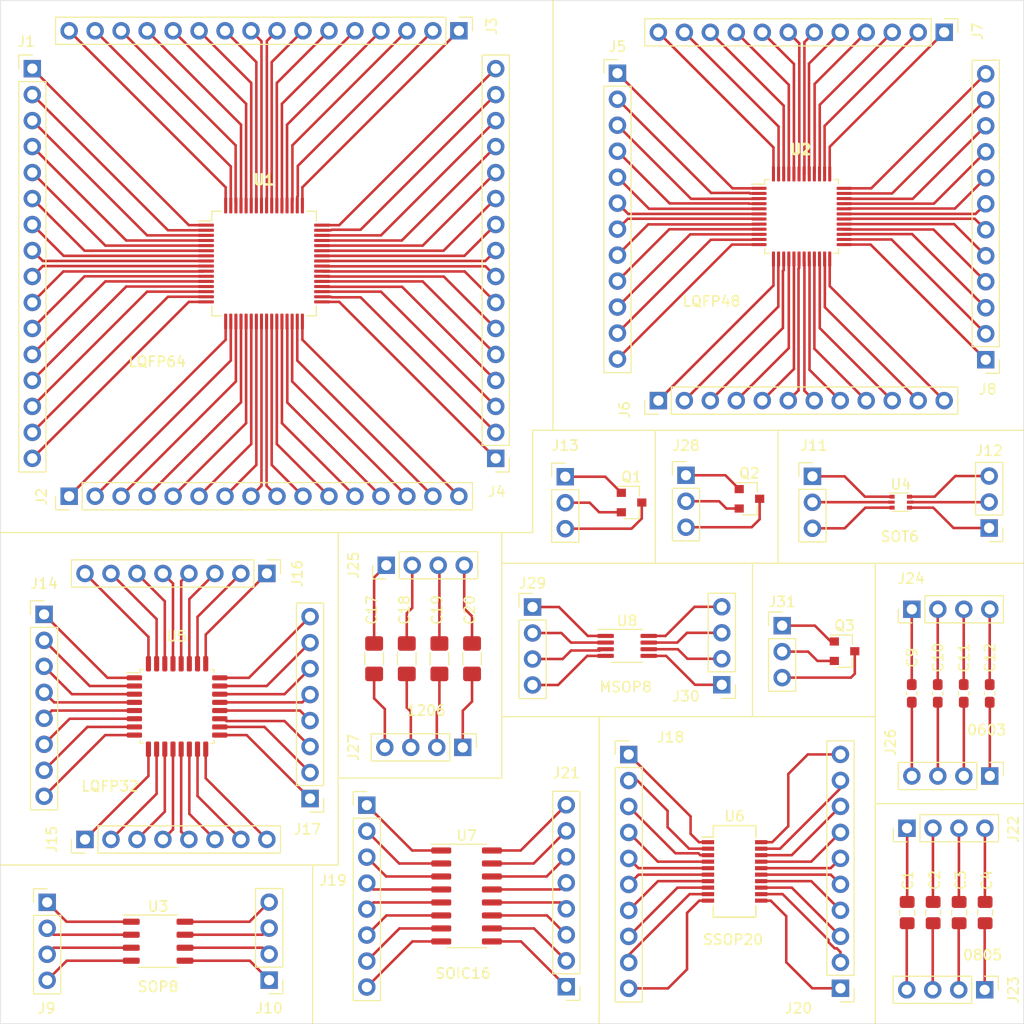
<source format=kicad_pcb>
(kicad_pcb (version 20171130) (host pcbnew "(5.1.10)-1")
  (layers (0 F.Cu signal) (31 B.Cu signal) (34 B.Paste user) (35 F.Paste user) (36 B.SilkS user) (37 F.SilkS user) (38 B.Mask user) (39 F.Mask user) (44 Edge.Cuts user))
  (net 0 "")
  (net 1 "Net-(J1-Pad1)")
  (net 2 "Net-(J1-Pad2)")
  (net 3 "Net-(J1-Pad3)")
  (net 4 "Net-(J1-Pad4)")
  (net 5 "Net-(J1-Pad5)")
  (net 6 "Net-(J1-Pad6)")
  (net 7 "Net-(J1-Pad7)")
  (net 8 "Net-(J1-Pad8)")
  (net 9 "Net-(J1-Pad9)")
  (net 10 "Net-(J1-Pad10)")
  (net 11 "Net-(J1-Pad11)")
  (net 12 "Net-(J1-Pad12)")
  (net 13 "Net-(J1-Pad13)")
  (net 14 "Net-(J1-Pad14)")
  (net 15 "Net-(J1-Pad15)")
  (net 16 "Net-(J1-Pad16)")
  (net 17 "Net-(J2-Pad16)")
  (net 18 "Net-(J2-Pad15)")
  (net 19 "Net-(J2-Pad14)")
  (net 20 "Net-(J2-Pad13)")
  (net 21 "Net-(J2-Pad12)")
  (net 22 "Net-(J2-Pad11)")
  (net 23 "Net-(J2-Pad10)")
  (net 24 "Net-(J2-Pad9)")
  (net 25 "Net-(J2-Pad8)")
  (net 26 "Net-(J2-Pad7)")
  (net 27 "Net-(J2-Pad6)")
  (net 28 "Net-(J2-Pad5)")
  (net 29 "Net-(J2-Pad4)")
  (net 30 "Net-(J2-Pad3)")
  (net 31 "Net-(J2-Pad2)")
  (net 32 "Net-(J2-Pad1)")
  (net 33 "Net-(J3-Pad16)")
  (net 34 "Net-(J3-Pad15)")
  (net 35 "Net-(J3-Pad14)")
  (net 36 "Net-(J3-Pad13)")
  (net 37 "Net-(J3-Pad12)")
  (net 38 "Net-(J3-Pad11)")
  (net 39 "Net-(J3-Pad10)")
  (net 40 "Net-(J3-Pad9)")
  (net 41 "Net-(J3-Pad8)")
  (net 42 "Net-(J3-Pad7)")
  (net 43 "Net-(J3-Pad6)")
  (net 44 "Net-(J3-Pad5)")
  (net 45 "Net-(J3-Pad4)")
  (net 46 "Net-(J3-Pad3)")
  (net 47 "Net-(J3-Pad2)")
  (net 48 "Net-(J3-Pad1)")
  (net 49 "Net-(J4-Pad1)")
  (net 50 "Net-(J4-Pad2)")
  (net 51 "Net-(J4-Pad3)")
  (net 52 "Net-(J4-Pad4)")
  (net 53 "Net-(J4-Pad5)")
  (net 54 "Net-(J4-Pad6)")
  (net 55 "Net-(J4-Pad7)")
  (net 56 "Net-(J4-Pad8)")
  (net 57 "Net-(J4-Pad9)")
  (net 58 "Net-(J4-Pad10)")
  (net 59 "Net-(J4-Pad11)")
  (net 60 "Net-(J4-Pad12)")
  (net 61 "Net-(J4-Pad13)")
  (net 62 "Net-(J4-Pad14)")
  (net 63 "Net-(J4-Pad15)")
  (net 64 "Net-(J4-Pad16)")
  (net 65 "Net-(J5-Pad12)")
  (net 66 "Net-(J5-Pad11)")
  (net 67 "Net-(J5-Pad10)")
  (net 68 "Net-(J5-Pad9)")
  (net 69 "Net-(J5-Pad8)")
  (net 70 "Net-(J5-Pad7)")
  (net 71 "Net-(J5-Pad6)")
  (net 72 "Net-(J5-Pad5)")
  (net 73 "Net-(J5-Pad4)")
  (net 74 "Net-(J5-Pad3)")
  (net 75 "Net-(J5-Pad2)")
  (net 76 "Net-(J5-Pad1)")
  (net 77 "Net-(J6-Pad12)")
  (net 78 "Net-(J6-Pad11)")
  (net 79 "Net-(J6-Pad10)")
  (net 80 "Net-(J6-Pad9)")
  (net 81 "Net-(J6-Pad8)")
  (net 82 "Net-(J6-Pad7)")
  (net 83 "Net-(J6-Pad6)")
  (net 84 "Net-(J6-Pad5)")
  (net 85 "Net-(J6-Pad4)")
  (net 86 "Net-(J6-Pad3)")
  (net 87 "Net-(J6-Pad2)")
  (net 88 "Net-(J6-Pad1)")
  (net 89 "Net-(J7-Pad12)")
  (net 90 "Net-(J7-Pad11)")
  (net 91 "Net-(J7-Pad10)")
  (net 92 "Net-(J7-Pad9)")
  (net 93 "Net-(J7-Pad8)")
  (net 94 "Net-(J7-Pad7)")
  (net 95 "Net-(J7-Pad6)")
  (net 96 "Net-(J7-Pad5)")
  (net 97 "Net-(J7-Pad4)")
  (net 98 "Net-(J7-Pad3)")
  (net 99 "Net-(J7-Pad2)")
  (net 100 "Net-(J7-Pad1)")
  (net 101 "Net-(J8-Pad12)")
  (net 102 "Net-(J8-Pad11)")
  (net 103 "Net-(J8-Pad10)")
  (net 104 "Net-(J8-Pad9)")
  (net 105 "Net-(J8-Pad8)")
  (net 106 "Net-(J8-Pad7)")
  (net 107 "Net-(J8-Pad6)")
  (net 108 "Net-(J8-Pad5)")
  (net 109 "Net-(J8-Pad4)")
  (net 110 "Net-(J8-Pad3)")
  (net 111 "Net-(J8-Pad2)")
  (net 112 "Net-(J8-Pad1)")
  (net 113 "Net-(J9-Pad4)")
  (net 114 "Net-(J9-Pad3)")
  (net 115 "Net-(J9-Pad2)")
  (net 116 "Net-(J9-Pad1)")
  (net 117 "Net-(J10-Pad4)")
  (net 118 "Net-(J10-Pad3)")
  (net 119 "Net-(J10-Pad2)")
  (net 120 "Net-(J10-Pad1)")
  (net 121 "Net-(J11-Pad3)")
  (net 122 "Net-(J11-Pad2)")
  (net 123 "Net-(J11-Pad1)")
  (net 124 "Net-(J12-Pad3)")
  (net 125 "Net-(J12-Pad2)")
  (net 126 "Net-(J12-Pad1)")
  (net 127 "Net-(J13-Pad3)")
  (net 128 "Net-(J13-Pad2)")
  (net 129 "Net-(J13-Pad1)")
  (net 130 "Net-(J14-Pad8)")
  (net 131 "Net-(J14-Pad7)")
  (net 132 "Net-(J14-Pad6)")
  (net 133 "Net-(J14-Pad5)")
  (net 134 "Net-(J14-Pad4)")
  (net 135 "Net-(J14-Pad3)")
  (net 136 "Net-(J14-Pad2)")
  (net 137 "Net-(J14-Pad1)")
  (net 138 "Net-(J15-Pad8)")
  (net 139 "Net-(J15-Pad7)")
  (net 140 "Net-(J15-Pad6)")
  (net 141 "Net-(J15-Pad5)")
  (net 142 "Net-(J15-Pad4)")
  (net 143 "Net-(J15-Pad3)")
  (net 144 "Net-(J15-Pad2)")
  (net 145 "Net-(J15-Pad1)")
  (net 146 "Net-(J16-Pad8)")
  (net 147 "Net-(J16-Pad7)")
  (net 148 "Net-(J16-Pad6)")
  (net 149 "Net-(J16-Pad5)")
  (net 150 "Net-(J16-Pad4)")
  (net 151 "Net-(J16-Pad3)")
  (net 152 "Net-(J16-Pad2)")
  (net 153 "Net-(J16-Pad1)")
  (net 154 "Net-(J17-Pad8)")
  (net 155 "Net-(J17-Pad7)")
  (net 156 "Net-(J17-Pad6)")
  (net 157 "Net-(J17-Pad5)")
  (net 158 "Net-(J17-Pad4)")
  (net 159 "Net-(J17-Pad3)")
  (net 160 "Net-(J17-Pad2)")
  (net 161 "Net-(J17-Pad1)")
  (net 162 "Net-(J18-Pad8)")
  (net 163 "Net-(J18-Pad7)")
  (net 164 "Net-(J18-Pad6)")
  (net 165 "Net-(J18-Pad5)")
  (net 166 "Net-(J18-Pad4)")
  (net 167 "Net-(J18-Pad3)")
  (net 168 "Net-(J18-Pad2)")
  (net 169 "Net-(J18-Pad1)")
  (net 170 "Net-(J19-Pad8)")
  (net 171 "Net-(J19-Pad7)")
  (net 172 "Net-(J19-Pad6)")
  (net 173 "Net-(J19-Pad5)")
  (net 174 "Net-(J19-Pad4)")
  (net 175 "Net-(J19-Pad3)")
  (net 176 "Net-(J19-Pad2)")
  (net 177 "Net-(J19-Pad1)")
  (net 178 "Net-(J18-Pad10)")
  (net 179 "Net-(J18-Pad9)")
  (net 180 "Net-(J20-Pad10)")
  (net 181 "Net-(J20-Pad9)")
  (net 182 "Net-(J20-Pad8)")
  (net 183 "Net-(J20-Pad7)")
  (net 184 "Net-(J20-Pad6)")
  (net 185 "Net-(J20-Pad5)")
  (net 186 "Net-(J20-Pad4)")
  (net 187 "Net-(J20-Pad3)")
  (net 188 "Net-(J20-Pad2)")
  (net 189 "Net-(J20-Pad1)")
  (net 190 "Net-(J21-Pad8)")
  (net 191 "Net-(J21-Pad7)")
  (net 192 "Net-(J21-Pad6)")
  (net 193 "Net-(J21-Pad5)")
  (net 194 "Net-(J21-Pad4)")
  (net 195 "Net-(J21-Pad3)")
  (net 196 "Net-(J21-Pad2)")
  (net 197 "Net-(J21-Pad1)")
  (net 198 "Net-(C1-Pad2)")
  (net 199 "Net-(C1-Pad1)")
  (net 200 "Net-(C2-Pad2)")
  (net 201 "Net-(C2-Pad1)")
  (net 202 "Net-(C3-Pad2)")
  (net 203 "Net-(C3-Pad1)")
  (net 204 "Net-(C4-Pad2)")
  (net 205 "Net-(C4-Pad1)")
  (net 206 "Net-(C9-Pad2)")
  (net 207 "Net-(C9-Pad1)")
  (net 208 "Net-(C10-Pad2)")
  (net 209 "Net-(C10-Pad1)")
  (net 210 "Net-(C11-Pad2)")
  (net 211 "Net-(C11-Pad1)")
  (net 212 "Net-(C12-Pad2)")
  (net 213 "Net-(C12-Pad1)")
  (net 214 "Net-(C17-Pad2)")
  (net 215 "Net-(C17-Pad1)")
  (net 216 "Net-(C18-Pad2)")
  (net 217 "Net-(C18-Pad1)")
  (net 218 "Net-(C19-Pad2)")
  (net 219 "Net-(C19-Pad1)")
  (net 220 "Net-(C20-Pad2)")
  (net 221 "Net-(C20-Pad1)")
  (net 222 "Net-(J28-Pad3)")
  (net 223 "Net-(J28-Pad2)")
  (net 224 "Net-(J28-Pad1)")
  (net 225 "Net-(J29-Pad4)")
  (net 226 "Net-(J29-Pad3)")
  (net 227 "Net-(J29-Pad2)")
  (net 228 "Net-(J29-Pad1)")
  (net 229 "Net-(J30-Pad4)")
  (net 230 "Net-(J30-Pad3)")
  (net 231 "Net-(J30-Pad2)")
  (net 232 "Net-(J30-Pad1)")
  (net 233 "Net-(J31-Pad3)")
  (net 234 "Net-(J31-Pad2)")
  (net 235 "Net-(J31-Pad1)")
  (module Package_TO_SOT_SMD:SOT-23 (layer F.Cu) (at 147.5 93.6)
    (fp_text reference Q3 (at 0 -2.5) (layer F.SilkS))
    (fp_text value Q_NJFET_DGS)
    (pad 3 smd rect (at 1 0) (size 0.9 0.8) (layers F.Cu F.Paste F.Mask) (net 233 "Net-(J31-Pad3)"))
    (pad 2 smd rect (at -1 0.95) (size 0.9 0.8) (layers F.Cu F.Paste F.Mask) (net 234 "Net-(J31-Pad2)"))
    (pad 1 smd rect (at -1 -0.95) (size 0.9 0.8) (layers F.Cu F.Paste F.Mask) (net 235 "Net-(J31-Pad1)"))
  )
  (module Connector_PinHeader_2.54mm:PinHeader_1x03_P2.54mm_Vertical (layer F.Cu) (at 141.4 91.1)
    (fp_text reference J31 (at 0 -2.33) (layer F.SilkS))
    (fp_text value Conn_01x03_Male)
    (pad 3 thru_hole oval (at 0 5.08) (size 1.7 1.7) (drill 1) (layers *.Cu *.Mask) (net 233 "Net-(J31-Pad3)"))
    (pad 2 thru_hole oval (at 0 2.54) (size 1.7 1.7) (drill 1) (layers *.Cu *.Mask) (net 234 "Net-(J31-Pad2)"))
    (pad 1 thru_hole rect (at 0 0) (size 1.7 1.7) (drill 1) (layers *.Cu *.Mask) (net 235 "Net-(J31-Pad1)"))
  )
  (module Package_SO:MSOP-8_3x3mm_P0.65mm (layer F.Cu) (at 126.25 93.08)
    (fp_text reference U8 (at 0 -2.45) (layer F.SilkS) (effects (font (thickness 0.16))))
    (fp_text value ChipMSOP8)
    (pad 8 smd roundrect (at 2.1125 -0.975) (size 1.625 0.4) (layers F.Cu F.Paste F.Mask) (net 229 "Net-(J30-Pad4)"))
    (pad 7 smd roundrect (at 2.1125 -0.325) (size 1.625 0.4) (layers F.Cu F.Paste F.Mask) (net 230 "Net-(J30-Pad3)"))
    (pad 6 smd roundrect (at 2.1125 0.325) (size 1.625 0.4) (layers F.Cu F.Paste F.Mask) (net 231 "Net-(J30-Pad2)"))
    (pad 5 smd roundrect (at 2.1125 0.975) (size 1.625 0.4) (layers F.Cu F.Paste F.Mask) (net 232 "Net-(J30-Pad1)"))
    (pad 4 smd roundrect (at -2.1125 0.975) (size 1.625 0.4) (layers F.Cu F.Paste F.Mask) (net 225 "Net-(J29-Pad4)"))
    (pad 3 smd roundrect (at -2.1125 0.325) (size 1.625 0.4) (layers F.Cu F.Paste F.Mask) (net 226 "Net-(J29-Pad3)"))
    (pad 2 smd roundrect (at -2.1125 -0.325) (size 1.625 0.4) (layers F.Cu F.Paste F.Mask) (net 227 "Net-(J29-Pad2)"))
    (pad 1 smd roundrect (at -2.1125 -0.975) (size 1.625 0.4) (layers F.Cu F.Paste F.Mask) (net 228 "Net-(J29-Pad1)"))
  )
  (module Connector_PinHeader_2.54mm:PinHeader_1x04_P2.54mm_Vertical (layer F.Cu) (at 135.5 96.88 180)
    (fp_text reference J30 (at 3.5 -1.12) (layer F.SilkS))
    (fp_text value Conn_01x04_Male)
    (pad 4 thru_hole oval (at 0 7.62 180) (size 1.7 1.7) (drill 1) (layers *.Cu *.Mask) (net 229 "Net-(J30-Pad4)"))
    (pad 3 thru_hole oval (at 0 5.08 180) (size 1.7 1.7) (drill 1) (layers *.Cu *.Mask) (net 230 "Net-(J30-Pad3)"))
    (pad 2 thru_hole oval (at 0 2.54 180) (size 1.7 1.7) (drill 1) (layers *.Cu *.Mask) (net 231 "Net-(J30-Pad2)"))
    (pad 1 thru_hole rect (at 0 0 180) (size 1.7 1.7) (drill 1) (layers *.Cu *.Mask) (net 232 "Net-(J30-Pad1)"))
  )
  (module Connector_PinHeader_2.54mm:PinHeader_1x04_P2.54mm_Vertical (layer F.Cu) (at 117 89.28)
    (fp_text reference J29 (at 0 -2.33) (layer F.SilkS))
    (fp_text value Conn_01x04_Male)
    (pad 4 thru_hole oval (at 0 7.62) (size 1.7 1.7) (drill 1) (layers *.Cu *.Mask) (net 225 "Net-(J29-Pad4)"))
    (pad 3 thru_hole oval (at 0 5.08) (size 1.7 1.7) (drill 1) (layers *.Cu *.Mask) (net 226 "Net-(J29-Pad3)"))
    (pad 2 thru_hole oval (at 0 2.54) (size 1.7 1.7) (drill 1) (layers *.Cu *.Mask) (net 227 "Net-(J29-Pad2)"))
    (pad 1 thru_hole rect (at 0 0) (size 1.7 1.7) (drill 1) (layers *.Cu *.Mask) (net 228 "Net-(J29-Pad1)"))
  )
  (module Package_TO_SOT_SMD:SOT-23 (layer F.Cu) (at 138.2 78.7)
    (fp_text reference Q2 (at 0 -2.5) (layer F.SilkS))
    (fp_text value Q_NJFET_DGS)
    (pad 3 smd rect (at 1 0) (size 0.9 0.8) (layers F.Cu F.Paste F.Mask) (net 222 "Net-(J28-Pad3)"))
    (pad 2 smd rect (at -1 0.95) (size 0.9 0.8) (layers F.Cu F.Paste F.Mask) (net 223 "Net-(J28-Pad2)"))
    (pad 1 smd rect (at -1 -0.95) (size 0.9 0.8) (layers F.Cu F.Paste F.Mask) (net 224 "Net-(J28-Pad1)"))
  )
  (module Connector_PinHeader_2.54mm:PinHeader_1x03_P2.54mm_Vertical (layer F.Cu) (at 132 76.4)
    (fp_text reference J28 (at 0 -2.9) (layer F.SilkS))
    (fp_text value Conn_01x03_Male)
    (pad 3 thru_hole oval (at 0 5.08) (size 1.7 1.7) (drill 1) (layers *.Cu *.Mask) (net 222 "Net-(J28-Pad3)"))
    (pad 2 thru_hole oval (at 0 2.54) (size 1.7 1.7) (drill 1) (layers *.Cu *.Mask) (net 223 "Net-(J28-Pad2)"))
    (pad 1 thru_hole rect (at 0 0) (size 1.7 1.7) (drill 1) (layers *.Cu *.Mask) (net 224 "Net-(J28-Pad1)"))
  )
  (module Connector_PinHeader_2.54mm:PinHeader_1x04_P2.54mm_Vertical (layer F.Cu) (at 110.18 103 270)
    (fp_text reference J27 (at 0 10.68 90) (layer F.SilkS))
    (fp_text value Conn_01x04_Male)
    (pad 4 thru_hole oval (at 0 7.62 270) (size 1.7 1.7) (drill 1) (layers *.Cu *.Mask) (net 215 "Net-(C17-Pad1)"))
    (pad 3 thru_hole oval (at 0 5.08 270) (size 1.7 1.7) (drill 1) (layers *.Cu *.Mask) (net 217 "Net-(C18-Pad1)"))
    (pad 2 thru_hole oval (at 0 2.54 270) (size 1.7 1.7) (drill 1) (layers *.Cu *.Mask) (net 219 "Net-(C19-Pad1)"))
    (pad 1 thru_hole rect (at 0 0 270) (size 1.7 1.7) (drill 1) (layers *.Cu *.Mask) (net 221 "Net-(C20-Pad1)"))
  )
  (module Connector_PinHeader_2.54mm:PinHeader_1x04_P2.54mm_Vertical (layer F.Cu) (at 161.7 105.8 270)
    (fp_text reference J26 (at -3.3 9.7 90) (layer F.SilkS))
    (fp_text value Conn_01x04_Male)
    (pad 4 thru_hole oval (at 0 7.62 270) (size 1.7 1.7) (drill 1) (layers *.Cu *.Mask) (net 207 "Net-(C9-Pad1)"))
    (pad 3 thru_hole oval (at 0 5.08 270) (size 1.7 1.7) (drill 1) (layers *.Cu *.Mask) (net 209 "Net-(C10-Pad1)"))
    (pad 2 thru_hole oval (at 0 2.54 270) (size 1.7 1.7) (drill 1) (layers *.Cu *.Mask) (net 211 "Net-(C11-Pad1)"))
    (pad 1 thru_hole rect (at 0 0 270) (size 1.7 1.7) (drill 1) (layers *.Cu *.Mask) (net 213 "Net-(C12-Pad1)"))
  )
  (module Connector_PinHeader_2.54mm:PinHeader_1x04_P2.54mm_Vertical (layer F.Cu) (at 102.7 85.2 90)
    (fp_text reference J25 (at 0 -3.2 90) (layer F.SilkS))
    (fp_text value Conn_01x04_Male)
    (pad 4 thru_hole oval (at 0 7.62 90) (size 1.7 1.7) (drill 1) (layers *.Cu *.Mask) (net 220 "Net-(C20-Pad2)"))
    (pad 3 thru_hole oval (at 0 5.08 90) (size 1.7 1.7) (drill 1) (layers *.Cu *.Mask) (net 218 "Net-(C19-Pad2)"))
    (pad 2 thru_hole oval (at 0 2.54 90) (size 1.7 1.7) (drill 1) (layers *.Cu *.Mask) (net 216 "Net-(C18-Pad2)"))
    (pad 1 thru_hole rect (at 0 0 90) (size 1.7 1.7) (drill 1) (layers *.Cu *.Mask) (net 214 "Net-(C17-Pad2)"))
  )
  (module Connector_PinHeader_2.54mm:PinHeader_1x04_P2.54mm_Vertical (layer F.Cu) (at 154.08 89.5 90)
    (fp_text reference J24 (at 3 -0.08) (layer F.SilkS))
    (fp_text value Conn_01x04_Male)
    (pad 4 thru_hole oval (at 0 7.62 90) (size 1.7 1.7) (drill 1) (layers *.Cu *.Mask) (net 212 "Net-(C12-Pad2)"))
    (pad 3 thru_hole oval (at 0 5.08 90) (size 1.7 1.7) (drill 1) (layers *.Cu *.Mask) (net 210 "Net-(C11-Pad2)"))
    (pad 2 thru_hole oval (at 0 2.54 90) (size 1.7 1.7) (drill 1) (layers *.Cu *.Mask) (net 208 "Net-(C10-Pad2)"))
    (pad 1 thru_hole rect (at 0 0 90) (size 1.7 1.7) (drill 1) (layers *.Cu *.Mask) (net 206 "Net-(C9-Pad2)"))
  )
  (module Connector_PinHeader_2.54mm:PinHeader_1x04_P2.54mm_Vertical (layer F.Cu) (at 161.2 126.7 270)
    (fp_text reference J23 (at 0 -2.8 90) (layer F.SilkS))
    (fp_text value Conn_01x04_Male)
    (pad 4 thru_hole oval (at 0 7.62 270) (size 1.7 1.7) (drill 1) (layers *.Cu *.Mask) (net 199 "Net-(C1-Pad1)"))
    (pad 3 thru_hole oval (at 0 5.08 270) (size 1.7 1.7) (drill 1) (layers *.Cu *.Mask) (net 201 "Net-(C2-Pad1)"))
    (pad 2 thru_hole oval (at 0 2.54 270) (size 1.7 1.7) (drill 1) (layers *.Cu *.Mask) (net 203 "Net-(C3-Pad1)"))
    (pad 1 thru_hole rect (at 0 0 270) (size 1.7 1.7) (drill 1) (layers *.Cu *.Mask) (net 205 "Net-(C4-Pad1)"))
  )
  (module Connector_PinHeader_2.54mm:PinHeader_1x04_P2.54mm_Vertical (layer F.Cu) (at 153.6 110.9 90)
    (fp_text reference J22 (at -0.1 10.4 90) (layer F.SilkS))
    (fp_text value Conn_01x04_Male)
    (pad 4 thru_hole oval (at 0 7.62 90) (size 1.7 1.7) (drill 1) (layers *.Cu *.Mask) (net 204 "Net-(C4-Pad2)"))
    (pad 3 thru_hole oval (at 0 5.08 90) (size 1.7 1.7) (drill 1) (layers *.Cu *.Mask) (net 202 "Net-(C3-Pad2)"))
    (pad 2 thru_hole oval (at 0 2.54 90) (size 1.7 1.7) (drill 1) (layers *.Cu *.Mask) (net 200 "Net-(C2-Pad2)"))
    (pad 1 thru_hole rect (at 0 0 90) (size 1.7 1.7) (drill 1) (layers *.Cu *.Mask) (net 198 "Net-(C1-Pad2)"))
  )
  (module Capacitor_SMD:C_1206_3216Metric_Pad1.42x1.75mm_HandSolder (layer F.Cu) (at 101.513 94.3305 90)
    (fp_text reference C17 (at 4.7625 -0.2325 90) (layer F.SilkS))
    (fp_text value C_Small)
    (pad 2 smd roundrect (at 1.4875 0 90) (size 1.425 1.75) (layers F.Cu F.Paste F.Mask) (roundrect_rratio 0.1754385964912281) (net 214 "Net-(C17-Pad2)"))
    (pad 1 smd roundrect (at -1.4875 0 90) (size 1.425 1.75) (layers F.Cu F.Paste F.Mask) (roundrect_rratio 0.1754385964912281) (net 215 "Net-(C17-Pad1)"))
  )
  (module Capacitor_SMD:C_1206_3216Metric_Pad1.42x1.75mm_HandSolder (layer F.Cu) (at 107.893856 94.3305 90)
    (fp_text reference C19 (at 4.7625 -0.2325 90) (layer F.SilkS))
    (fp_text value C_Small)
    (pad 2 smd roundrect (at 1.4875 0 90) (size 1.425 1.75) (layers F.Cu F.Paste F.Mask) (roundrect_rratio 0.1754385964912281) (net 218 "Net-(C19-Pad2)"))
    (pad 1 smd roundrect (at -1.4875 0 90) (size 1.425 1.75) (layers F.Cu F.Paste F.Mask) (roundrect_rratio 0.1754385964912281) (net 219 "Net-(C19-Pad1)"))
  )
  (module Capacitor_SMD:C_1206_3216Metric_Pad1.42x1.75mm_HandSolder (layer F.Cu) (at 104.703428 94.3305 90)
    (fp_text reference C18 (at 4.7625 -0.2325 90) (layer F.SilkS))
    (fp_text value C_Small)
    (pad 2 smd roundrect (at 1.4875 0 90) (size 1.425 1.75) (layers F.Cu F.Paste F.Mask) (roundrect_rratio 0.1754385964912281) (net 216 "Net-(C18-Pad2)"))
    (pad 1 smd roundrect (at -1.4875 0 90) (size 1.425 1.75) (layers F.Cu F.Paste F.Mask) (roundrect_rratio 0.1754385964912281) (net 217 "Net-(C18-Pad1)"))
  )
  (module Capacitor_SMD:C_1206_3216Metric_Pad1.42x1.75mm_HandSolder (layer F.Cu) (at 111.084284 94.3305 90)
    (fp_text reference C20 (at 4.7625 -0.2325 90) (layer F.SilkS))
    (fp_text value C_Small)
    (pad 2 smd roundrect (at 1.4875 0 90) (size 1.425 1.75) (layers F.Cu F.Paste F.Mask) (roundrect_rratio 0.1754385964912281) (net 220 "Net-(C20-Pad2)"))
    (pad 1 smd roundrect (at -1.4875 0 90) (size 1.425 1.75) (layers F.Cu F.Paste F.Mask) (roundrect_rratio 0.1754385964912281) (net 221 "Net-(C20-Pad1)"))
  )
  (module Capacitor_SMD:C_0603_1608Metric_Pad1.08x0.95mm_HandSolder (layer F.Cu) (at 156.61 97.724 90)
    (fp_text reference C10 (at 3.4925 0.0305 90) (layer F.SilkS))
    (fp_text value C_Small)
    (pad 2 smd roundrect (at 0.8625 0 90) (size 1.075 0.95) (layers F.Cu F.Paste F.Mask) (net 208 "Net-(C10-Pad2)"))
    (pad 1 smd roundrect (at -0.8625 0 90) (size 1.075 0.95) (layers F.Cu F.Paste F.Mask) (net 209 "Net-(C10-Pad1)"))
  )
  (module Capacitor_SMD:C_0603_1608Metric_Pad1.08x0.95mm_HandSolder (layer F.Cu) (at 154.07 97.724 90)
    (fp_text reference C9 (at 3.4925 0.0305 90) (layer F.SilkS))
    (fp_text value C_Small)
    (pad 2 smd roundrect (at 0.8625 0 90) (size 1.075 0.95) (layers F.Cu F.Paste F.Mask) (net 206 "Net-(C9-Pad2)"))
    (pad 1 smd roundrect (at -0.8625 0 90) (size 1.075 0.95) (layers F.Cu F.Paste F.Mask) (net 207 "Net-(C9-Pad1)"))
  )
  (module Capacitor_SMD:C_0603_1608Metric_Pad1.08x0.95mm_HandSolder (layer F.Cu) (at 159.15 97.724 90)
    (fp_text reference C11 (at 3.4925 0.0305 90) (layer F.SilkS))
    (fp_text value C_Small)
    (pad 2 smd roundrect (at 0.8625 0 90) (size 1.075 0.95) (layers F.Cu F.Paste F.Mask) (net 210 "Net-(C11-Pad2)"))
    (pad 1 smd roundrect (at -0.8625 0 90) (size 1.075 0.95) (layers F.Cu F.Paste F.Mask) (net 211 "Net-(C11-Pad1)"))
  )
  (module Capacitor_SMD:C_0603_1608Metric_Pad1.08x0.95mm_HandSolder (layer F.Cu) (at 161.69 97.724 90)
    (fp_text reference C12 (at 3.4925 0.0305 90) (layer F.SilkS))
    (fp_text value C_Small)
    (pad 2 smd roundrect (at 0.8625 0 90) (size 1.075 0.95) (layers F.Cu F.Paste F.Mask) (net 212 "Net-(C12-Pad2)"))
    (pad 1 smd roundrect (at -0.8625 0 90) (size 1.075 0.95) (layers F.Cu F.Paste F.Mask) (net 213 "Net-(C12-Pad1)"))
  )
  (module Connector_PinHeader_2.54mm:PinHeader_1x03_P2.54mm_Vertical (layer F.Cu) (at 144.3625 76.505)
    (fp_text reference J11 (at 0.1375 -3.005) (layer F.SilkS))
    (fp_text value Conn_01x03_Male)
    (pad 1 thru_hole rect (at 0 0) (size 1.7 1.7) (drill 1) (layers *.Cu *.Mask) (net 123 "Net-(J11-Pad1)"))
    (pad 2 thru_hole oval (at 0 2.54) (size 1.7 1.7) (drill 1) (layers *.Cu *.Mask) (net 122 "Net-(J11-Pad2)"))
    (pad 3 thru_hole oval (at 0 5.08) (size 1.7 1.7) (drill 1) (layers *.Cu *.Mask) (net 121 "Net-(J11-Pad3)"))
  )
  (module Connector_PinHeader_2.54mm:PinHeader_1x03_P2.54mm_Vertical (layer F.Cu) (at 161.6345 81.555 180)
    (fp_text reference J12 (at 0 7.555) (layer F.SilkS))
    (fp_text value Conn_01x03_Male)
    (pad 1 thru_hole rect (at 0 0 180) (size 1.7 1.7) (drill 1) (layers *.Cu *.Mask) (net 126 "Net-(J12-Pad1)"))
    (pad 2 thru_hole oval (at 0 2.54 180) (size 1.7 1.7) (drill 1) (layers *.Cu *.Mask) (net 125 "Net-(J12-Pad2)"))
    (pad 3 thru_hole oval (at 0 5.08 180) (size 1.7 1.7) (drill 1) (layers *.Cu *.Mask) (net 124 "Net-(J12-Pad3)"))
  )
  (module Package_TO_SOT_SMD:SOT-666 (layer F.Cu) (at 152.9985 79.03)
    (fp_text reference U4 (at 0 -1.75) (layer F.SilkS))
    (fp_text value Chip6SOT)
    (pad 1 smd rect (at -0.85 -0.5375) (size 0.5 0.375) (layers F.Cu F.Paste F.Mask) (net 123 "Net-(J11-Pad1)"))
    (pad 3 smd rect (at -0.85 0.5375) (size 0.5 0.375) (layers F.Cu F.Paste F.Mask) (net 121 "Net-(J11-Pad3)"))
    (pad 5 smd rect (at 0.925 0) (size 0.65 0.3) (layers F.Cu F.Paste F.Mask) (net 125 "Net-(J12-Pad2)"))
    (pad 2 smd rect (at -0.925 0) (size 0.65 0.3) (layers F.Cu F.Paste F.Mask) (net 122 "Net-(J11-Pad2)"))
    (pad 4 smd rect (at 0.85 0.5375) (size 0.5 0.375) (layers F.Cu F.Paste F.Mask) (net 126 "Net-(J12-Pad1)"))
    (pad 6 smd rect (at 0.85 -0.5375) (size 0.5 0.375) (layers F.Cu F.Paste F.Mask) (net 124 "Net-(J12-Pad3)"))
  )
  (module Capacitor_SMD:C_0805_2012Metric_Pad1.18x1.45mm_HandSolder (layer F.Cu) (at 158.7 119.15 90)
    (fp_text reference C3 (at 3.175 0.1615 90) (layer F.SilkS))
    (fp_text value C_Small)
    (pad 2 smd roundrect (at 1.0375 0 90) (size 1.175 1.45) (layers F.Cu F.Paste F.Mask) (roundrect_rratio 0.2127659574468085) (net 202 "Net-(C3-Pad2)"))
    (pad 1 smd roundrect (at -1.0375 0 90) (size 1.175 1.45) (layers F.Cu F.Paste F.Mask) (roundrect_rratio 0.2127659574468085) (net 203 "Net-(C3-Pad1)"))
  )
  (module Capacitor_SMD:C_0805_2012Metric_Pad1.18x1.45mm_HandSolder (layer F.Cu) (at 161.24 119.15 90)
    (fp_text reference C4 (at 3.175 0.1615 90) (layer F.SilkS))
    (fp_text value C_Small)
    (pad 2 smd roundrect (at 1.0375 0 90) (size 1.175 1.45) (layers F.Cu F.Paste F.Mask) (roundrect_rratio 0.2127659574468085) (net 204 "Net-(C4-Pad2)"))
    (pad 1 smd roundrect (at -1.0375 0 90) (size 1.175 1.45) (layers F.Cu F.Paste F.Mask) (roundrect_rratio 0.2127659574468085) (net 205 "Net-(C4-Pad1)"))
  )
  (module Capacitor_SMD:C_0805_2012Metric_Pad1.18x1.45mm_HandSolder (layer F.Cu) (at 156.16 119.15 90)
    (fp_text reference C2 (at 3.175 0.1615 90) (layer F.SilkS))
    (fp_text value C_Small)
    (pad 2 smd roundrect (at 1.0375 0 90) (size 1.175 1.45) (layers F.Cu F.Paste F.Mask) (roundrect_rratio 0.2127659574468085) (net 200 "Net-(C2-Pad2)"))
    (pad 1 smd roundrect (at -1.0375 0 90) (size 1.175 1.45) (layers F.Cu F.Paste F.Mask) (roundrect_rratio 0.2127659574468085) (net 201 "Net-(C2-Pad1)"))
  )
  (module Capacitor_SMD:C_0805_2012Metric_Pad1.18x1.45mm_HandSolder (layer F.Cu) (at 153.62 119.15 90)
    (fp_text reference C1 (at 3.159 0.0635 90) (layer F.SilkS))
    (fp_text value C_Small)
    (pad 2 smd roundrect (at 1.0375 0 90) (size 1.175 1.45) (layers F.Cu F.Paste F.Mask) (roundrect_rratio 0.2127659574468085) (net 198 "Net-(C1-Pad2)"))
    (pad 1 smd roundrect (at -1.0375 0 90) (size 1.175 1.45) (layers F.Cu F.Paste F.Mask) (roundrect_rratio 0.2127659574468085) (net 199 "Net-(C1-Pad1)"))
  )
  (module Connector_PinHeader_2.54mm:PinHeader_1x16_P2.54mm_Vertical (layer F.Cu) (at 113.4 74.75 180)
    (fp_text reference J4 (at -0.1 -3.25) (layer F.SilkS))
    (fp_text value Conn_01x16_Male)
    (pad 16 thru_hole oval (at 0 38.1 180) (size 1.7 1.7) (drill 1) (layers *.Cu *.Mask) (net 64 "Net-(J4-Pad16)"))
    (pad 15 thru_hole oval (at 0 35.56 180) (size 1.7 1.7) (drill 1) (layers *.Cu *.Mask) (net 63 "Net-(J4-Pad15)"))
    (pad 14 thru_hole oval (at 0 33.02 180) (size 1.7 1.7) (drill 1) (layers *.Cu *.Mask) (net 62 "Net-(J4-Pad14)"))
    (pad 13 thru_hole oval (at 0 30.48 180) (size 1.7 1.7) (drill 1) (layers *.Cu *.Mask) (net 61 "Net-(J4-Pad13)"))
    (pad 12 thru_hole oval (at 0 27.94 180) (size 1.7 1.7) (drill 1) (layers *.Cu *.Mask) (net 60 "Net-(J4-Pad12)"))
    (pad 11 thru_hole oval (at 0 25.4 180) (size 1.7 1.7) (drill 1) (layers *.Cu *.Mask) (net 59 "Net-(J4-Pad11)"))
    (pad 10 thru_hole oval (at 0 22.86 180) (size 1.7 1.7) (drill 1) (layers *.Cu *.Mask) (net 58 "Net-(J4-Pad10)"))
    (pad 9 thru_hole oval (at 0 20.32 180) (size 1.7 1.7) (drill 1) (layers *.Cu *.Mask) (net 57 "Net-(J4-Pad9)"))
    (pad 8 thru_hole oval (at 0 17.78 180) (size 1.7 1.7) (drill 1) (layers *.Cu *.Mask) (net 56 "Net-(J4-Pad8)"))
    (pad 7 thru_hole oval (at 0 15.24 180) (size 1.7 1.7) (drill 1) (layers *.Cu *.Mask) (net 55 "Net-(J4-Pad7)"))
    (pad 6 thru_hole oval (at 0 12.7 180) (size 1.7 1.7) (drill 1) (layers *.Cu *.Mask) (net 54 "Net-(J4-Pad6)"))
    (pad 5 thru_hole oval (at 0 10.16 180) (size 1.7 1.7) (drill 1) (layers *.Cu *.Mask) (net 53 "Net-(J4-Pad5)"))
    (pad 4 thru_hole oval (at 0 7.62 180) (size 1.7 1.7) (drill 1) (layers *.Cu *.Mask) (net 52 "Net-(J4-Pad4)"))
    (pad 3 thru_hole oval (at 0 5.08 180) (size 1.7 1.7) (drill 1) (layers *.Cu *.Mask) (net 51 "Net-(J4-Pad3)"))
    (pad 2 thru_hole oval (at 0 2.54 180) (size 1.7 1.7) (drill 1) (layers *.Cu *.Mask) (net 50 "Net-(J4-Pad2)"))
    (pad 1 thru_hole rect (at 0 0 180) (size 1.7 1.7) (drill 1) (layers *.Cu *.Mask) (net 49 "Net-(J4-Pad1)"))
  )
  (module Connector_PinHeader_2.54mm:PinHeader_1x08_P2.54mm_Vertical (layer F.Cu) (at 120.3 126.4 180)
    (fp_text reference J21 (at 0 20.9) (layer F.SilkS))
    (fp_text value Conn_01x08_Male)
    (pad 8 thru_hole oval (at 0 17.78 180) (size 1.7 1.7) (drill 1) (layers *.Cu *.Mask) (net 190 "Net-(J21-Pad8)"))
    (pad 7 thru_hole oval (at 0 15.24 180) (size 1.7 1.7) (drill 1) (layers *.Cu *.Mask) (net 191 "Net-(J21-Pad7)"))
    (pad 6 thru_hole oval (at 0 12.7 180) (size 1.7 1.7) (drill 1) (layers *.Cu *.Mask) (net 192 "Net-(J21-Pad6)"))
    (pad 5 thru_hole oval (at 0 10.16 180) (size 1.7 1.7) (drill 1) (layers *.Cu *.Mask) (net 193 "Net-(J21-Pad5)"))
    (pad 4 thru_hole oval (at 0 7.62 180) (size 1.7 1.7) (drill 1) (layers *.Cu *.Mask) (net 194 "Net-(J21-Pad4)"))
    (pad 3 thru_hole oval (at 0 5.08 180) (size 1.7 1.7) (drill 1) (layers *.Cu *.Mask) (net 195 "Net-(J21-Pad3)"))
    (pad 2 thru_hole oval (at 0 2.54 180) (size 1.7 1.7) (drill 1) (layers *.Cu *.Mask) (net 196 "Net-(J21-Pad2)"))
    (pad 1 thru_hole rect (at 0 0 180) (size 1.7 1.7) (drill 1) (layers *.Cu *.Mask) (net 197 "Net-(J21-Pad1)"))
  )
  (module Connector_PinHeader_2.54mm:PinHeader_1x10_P2.54mm_Vertical (layer F.Cu) (at 147.1 126.55 180)
    (fp_text reference J20 (at 4.1 -1.95) (layer F.SilkS))
    (fp_text value Conn_01x10_Male)
    (pad 10 thru_hole oval (at 0 22.86 180) (size 1.7 1.7) (drill 1) (layers *.Cu *.Mask) (net 180 "Net-(J20-Pad10)"))
    (pad 9 thru_hole oval (at 0 20.32 180) (size 1.7 1.7) (drill 1) (layers *.Cu *.Mask) (net 181 "Net-(J20-Pad9)"))
    (pad 8 thru_hole oval (at 0 17.78 180) (size 1.7 1.7) (drill 1) (layers *.Cu *.Mask) (net 182 "Net-(J20-Pad8)"))
    (pad 7 thru_hole oval (at 0 15.24 180) (size 1.7 1.7) (drill 1) (layers *.Cu *.Mask) (net 183 "Net-(J20-Pad7)"))
    (pad 6 thru_hole oval (at 0 12.7 180) (size 1.7 1.7) (drill 1) (layers *.Cu *.Mask) (net 184 "Net-(J20-Pad6)"))
    (pad 5 thru_hole oval (at 0 10.16 180) (size 1.7 1.7) (drill 1) (layers *.Cu *.Mask) (net 185 "Net-(J20-Pad5)"))
    (pad 4 thru_hole oval (at 0 7.62 180) (size 1.7 1.7) (drill 1) (layers *.Cu *.Mask) (net 186 "Net-(J20-Pad4)"))
    (pad 3 thru_hole oval (at 0 5.08 180) (size 1.7 1.7) (drill 1) (layers *.Cu *.Mask) (net 187 "Net-(J20-Pad3)"))
    (pad 2 thru_hole oval (at 0 2.54 180) (size 1.7 1.7) (drill 1) (layers *.Cu *.Mask) (net 188 "Net-(J20-Pad2)"))
    (pad 1 thru_hole rect (at 0 0 180) (size 1.7 1.7) (drill 1) (layers *.Cu *.Mask) (net 189 "Net-(J20-Pad1)"))
  )
  (module Connector_PinHeader_2.54mm:PinHeader_1x08_P2.54mm_Vertical (layer F.Cu) (at 100.8 108.65)
    (fp_text reference J19 (at -3.3 7.35) (layer F.SilkS))
    (fp_text value Conn_01x08_Male)
    (pad 8 thru_hole oval (at 0 17.78) (size 1.7 1.7) (drill 1) (layers *.Cu *.Mask) (net 170 "Net-(J19-Pad8)"))
    (pad 7 thru_hole oval (at 0 15.24) (size 1.7 1.7) (drill 1) (layers *.Cu *.Mask) (net 171 "Net-(J19-Pad7)"))
    (pad 6 thru_hole oval (at 0 12.7) (size 1.7 1.7) (drill 1) (layers *.Cu *.Mask) (net 172 "Net-(J19-Pad6)"))
    (pad 5 thru_hole oval (at 0 10.16) (size 1.7 1.7) (drill 1) (layers *.Cu *.Mask) (net 173 "Net-(J19-Pad5)"))
    (pad 4 thru_hole oval (at 0 7.62) (size 1.7 1.7) (drill 1) (layers *.Cu *.Mask) (net 174 "Net-(J19-Pad4)"))
    (pad 3 thru_hole oval (at 0 5.08) (size 1.7 1.7) (drill 1) (layers *.Cu *.Mask) (net 175 "Net-(J19-Pad3)"))
    (pad 2 thru_hole oval (at 0 2.54) (size 1.7 1.7) (drill 1) (layers *.Cu *.Mask) (net 176 "Net-(J19-Pad2)"))
    (pad 1 thru_hole rect (at 0 0) (size 1.7 1.7) (drill 1) (layers *.Cu *.Mask) (net 177 "Net-(J19-Pad1)"))
  )
  (module Connector_PinHeader_2.54mm:PinHeader_1x10_P2.54mm_Vertical (layer F.Cu) (at 126.4 103.7)
    (fp_text reference J18 (at 4.1 -1.7) (layer F.SilkS))
    (fp_text value Conn_01x10_Male)
    (pad 10 thru_hole oval (at 0 22.86) (size 1.7 1.7) (drill 1) (layers *.Cu *.Mask) (net 178 "Net-(J18-Pad10)"))
    (pad 9 thru_hole oval (at 0 20.32) (size 1.7 1.7) (drill 1) (layers *.Cu *.Mask) (net 179 "Net-(J18-Pad9)"))
    (pad 8 thru_hole oval (at 0 17.78) (size 1.7 1.7) (drill 1) (layers *.Cu *.Mask) (net 162 "Net-(J18-Pad8)"))
    (pad 7 thru_hole oval (at 0 15.24) (size 1.7 1.7) (drill 1) (layers *.Cu *.Mask) (net 163 "Net-(J18-Pad7)"))
    (pad 6 thru_hole oval (at 0 12.7) (size 1.7 1.7) (drill 1) (layers *.Cu *.Mask) (net 164 "Net-(J18-Pad6)"))
    (pad 5 thru_hole oval (at 0 10.16) (size 1.7 1.7) (drill 1) (layers *.Cu *.Mask) (net 165 "Net-(J18-Pad5)"))
    (pad 4 thru_hole oval (at 0 7.62) (size 1.7 1.7) (drill 1) (layers *.Cu *.Mask) (net 166 "Net-(J18-Pad4)"))
    (pad 3 thru_hole oval (at 0 5.08) (size 1.7 1.7) (drill 1) (layers *.Cu *.Mask) (net 167 "Net-(J18-Pad3)"))
    (pad 2 thru_hole oval (at 0 2.54) (size 1.7 1.7) (drill 1) (layers *.Cu *.Mask) (net 168 "Net-(J18-Pad2)"))
    (pad 1 thru_hole rect (at 0 0) (size 1.7 1.7) (drill 1) (layers *.Cu *.Mask) (net 169 "Net-(J18-Pad1)"))
  )
  (module Connector_PinHeader_2.54mm:PinHeader_1x08_P2.54mm_Vertical (layer F.Cu) (at 95.25 108 180)
    (fp_text reference J17 (at 0.25 -3) (layer F.SilkS))
    (fp_text value Conn_01x08_Male)
    (pad 8 thru_hole oval (at 0 17.78 180) (size 1.7 1.7) (drill 1) (layers *.Cu *.Mask) (net 154 "Net-(J17-Pad8)"))
    (pad 7 thru_hole oval (at 0 15.24 180) (size 1.7 1.7) (drill 1) (layers *.Cu *.Mask) (net 155 "Net-(J17-Pad7)"))
    (pad 6 thru_hole oval (at 0 12.7 180) (size 1.7 1.7) (drill 1) (layers *.Cu *.Mask) (net 156 "Net-(J17-Pad6)"))
    (pad 5 thru_hole oval (at 0 10.16 180) (size 1.7 1.7) (drill 1) (layers *.Cu *.Mask) (net 157 "Net-(J17-Pad5)"))
    (pad 4 thru_hole oval (at 0 7.62 180) (size 1.7 1.7) (drill 1) (layers *.Cu *.Mask) (net 158 "Net-(J17-Pad4)"))
    (pad 3 thru_hole oval (at 0 5.08 180) (size 1.7 1.7) (drill 1) (layers *.Cu *.Mask) (net 159 "Net-(J17-Pad3)"))
    (pad 2 thru_hole oval (at 0 2.54 180) (size 1.7 1.7) (drill 1) (layers *.Cu *.Mask) (net 160 "Net-(J17-Pad2)"))
    (pad 1 thru_hole rect (at 0 0 180) (size 1.7 1.7) (drill 1) (layers *.Cu *.Mask) (net 161 "Net-(J17-Pad1)"))
  )
  (module Connector_PinHeader_2.54mm:PinHeader_1x08_P2.54mm_Vertical (layer F.Cu) (at 91.03 86 270)
    (fp_text reference J16 (at 0 -2.97 90) (layer F.SilkS))
    (fp_text value Conn_01x08_Male)
    (pad 8 thru_hole oval (at 0 17.78 270) (size 1.7 1.7) (drill 1) (layers *.Cu *.Mask) (net 146 "Net-(J16-Pad8)"))
    (pad 7 thru_hole oval (at 0 15.24 270) (size 1.7 1.7) (drill 1) (layers *.Cu *.Mask) (net 147 "Net-(J16-Pad7)"))
    (pad 6 thru_hole oval (at 0 12.7 270) (size 1.7 1.7) (drill 1) (layers *.Cu *.Mask) (net 148 "Net-(J16-Pad6)"))
    (pad 5 thru_hole oval (at 0 10.16 270) (size 1.7 1.7) (drill 1) (layers *.Cu *.Mask) (net 149 "Net-(J16-Pad5)"))
    (pad 4 thru_hole oval (at 0 7.62 270) (size 1.7 1.7) (drill 1) (layers *.Cu *.Mask) (net 150 "Net-(J16-Pad4)"))
    (pad 3 thru_hole oval (at 0 5.08 270) (size 1.7 1.7) (drill 1) (layers *.Cu *.Mask) (net 151 "Net-(J16-Pad3)"))
    (pad 2 thru_hole oval (at 0 2.54 270) (size 1.7 1.7) (drill 1) (layers *.Cu *.Mask) (net 152 "Net-(J16-Pad2)"))
    (pad 1 thru_hole rect (at 0 0 270) (size 1.7 1.7) (drill 1) (layers *.Cu *.Mask) (net 153 "Net-(J16-Pad1)"))
  )
  (module Connector_PinHeader_2.54mm:PinHeader_1x08_P2.54mm_Vertical (layer F.Cu) (at 73.25 112 90)
    (fp_text reference J15 (at 0 -3.25 90) (layer F.SilkS))
    (fp_text value Conn_01x08_Male)
    (pad 8 thru_hole oval (at 0 17.78 90) (size 1.7 1.7) (drill 1) (layers *.Cu *.Mask) (net 138 "Net-(J15-Pad8)"))
    (pad 7 thru_hole oval (at 0 15.24 90) (size 1.7 1.7) (drill 1) (layers *.Cu *.Mask) (net 139 "Net-(J15-Pad7)"))
    (pad 6 thru_hole oval (at 0 12.7 90) (size 1.7 1.7) (drill 1) (layers *.Cu *.Mask) (net 140 "Net-(J15-Pad6)"))
    (pad 5 thru_hole oval (at 0 10.16 90) (size 1.7 1.7) (drill 1) (layers *.Cu *.Mask) (net 141 "Net-(J15-Pad5)"))
    (pad 4 thru_hole oval (at 0 7.62 90) (size 1.7 1.7) (drill 1) (layers *.Cu *.Mask) (net 142 "Net-(J15-Pad4)"))
    (pad 3 thru_hole oval (at 0 5.08 90) (size 1.7 1.7) (drill 1) (layers *.Cu *.Mask) (net 143 "Net-(J15-Pad3)"))
    (pad 2 thru_hole oval (at 0 2.54 90) (size 1.7 1.7) (drill 1) (layers *.Cu *.Mask) (net 144 "Net-(J15-Pad2)"))
    (pad 1 thru_hole rect (at 0 0 90) (size 1.7 1.7) (drill 1) (layers *.Cu *.Mask) (net 145 "Net-(J15-Pad1)"))
  )
  (module Connector_PinHeader_2.54mm:PinHeader_1x08_P2.54mm_Vertical (layer F.Cu) (at 69.25 90)
    (fp_text reference J14 (at 0 -3) (layer F.SilkS))
    (fp_text value Conn_01x08_Male)
    (pad 8 thru_hole oval (at 0 17.78) (size 1.7 1.7) (drill 1) (layers *.Cu *.Mask) (net 130 "Net-(J14-Pad8)"))
    (pad 7 thru_hole oval (at 0 15.24) (size 1.7 1.7) (drill 1) (layers *.Cu *.Mask) (net 131 "Net-(J14-Pad7)"))
    (pad 6 thru_hole oval (at 0 12.7) (size 1.7 1.7) (drill 1) (layers *.Cu *.Mask) (net 132 "Net-(J14-Pad6)"))
    (pad 5 thru_hole oval (at 0 10.16) (size 1.7 1.7) (drill 1) (layers *.Cu *.Mask) (net 133 "Net-(J14-Pad5)"))
    (pad 4 thru_hole oval (at 0 7.62) (size 1.7 1.7) (drill 1) (layers *.Cu *.Mask) (net 134 "Net-(J14-Pad4)"))
    (pad 3 thru_hole oval (at 0 5.08) (size 1.7 1.7) (drill 1) (layers *.Cu *.Mask) (net 135 "Net-(J14-Pad3)"))
    (pad 2 thru_hole oval (at 0 2.54) (size 1.7 1.7) (drill 1) (layers *.Cu *.Mask) (net 136 "Net-(J14-Pad2)"))
    (pad 1 thru_hole rect (at 0 0) (size 1.7 1.7) (drill 1) (layers *.Cu *.Mask) (net 137 "Net-(J14-Pad1)"))
  )
  (module Connector_PinHeader_2.54mm:PinHeader_1x03_P2.54mm_Vertical (layer F.Cu) (at 120.2 76.541)
    (fp_text reference J13 (at 0 -3.041) (layer F.SilkS))
    (fp_text value Conn_01x03_Male)
    (pad 3 thru_hole oval (at 0 5.08) (size 1.7 1.7) (drill 1) (layers *.Cu *.Mask) (net 127 "Net-(J13-Pad3)"))
    (pad 2 thru_hole oval (at 0 2.54) (size 1.7 1.7) (drill 1) (layers *.Cu *.Mask) (net 128 "Net-(J13-Pad2)"))
    (pad 1 thru_hole rect (at 0 0) (size 1.7 1.7) (drill 1) (layers *.Cu *.Mask) (net 129 "Net-(J13-Pad1)"))
  )
  (module Connector_PinHeader_2.54mm:PinHeader_1x04_P2.54mm_Vertical (layer F.Cu) (at 91.25 125.75 180)
    (fp_text reference J10 (at 0 -2.75) (layer F.SilkS))
    (fp_text value Conn_01x04_Male)
    (pad 4 thru_hole oval (at 0 7.62 180) (size 1.7 1.7) (drill 1) (layers *.Cu *.Mask) (net 117 "Net-(J10-Pad4)"))
    (pad 3 thru_hole oval (at 0 5.08 180) (size 1.7 1.7) (drill 1) (layers *.Cu *.Mask) (net 118 "Net-(J10-Pad3)"))
    (pad 2 thru_hole oval (at 0 2.54 180) (size 1.7 1.7) (drill 1) (layers *.Cu *.Mask) (net 119 "Net-(J10-Pad2)"))
    (pad 1 thru_hole rect (at 0 0 180) (size 1.7 1.7) (drill 1) (layers *.Cu *.Mask) (net 120 "Net-(J10-Pad1)"))
  )
  (module Connector_PinHeader_2.54mm:PinHeader_1x04_P2.54mm_Vertical (layer F.Cu) (at 69.55 118.15)
    (fp_text reference J9 (at -0.05 10.35) (layer F.SilkS))
    (fp_text value Conn_01x04_Male)
    (pad 4 thru_hole oval (at 0 7.62) (size 1.7 1.7) (drill 1) (layers *.Cu *.Mask) (net 113 "Net-(J9-Pad4)"))
    (pad 3 thru_hole oval (at 0 5.08) (size 1.7 1.7) (drill 1) (layers *.Cu *.Mask) (net 114 "Net-(J9-Pad3)"))
    (pad 2 thru_hole oval (at 0 2.54) (size 1.7 1.7) (drill 1) (layers *.Cu *.Mask) (net 115 "Net-(J9-Pad2)"))
    (pad 1 thru_hole rect (at 0 0) (size 1.7 1.7) (drill 1) (layers *.Cu *.Mask) (net 116 "Net-(J9-Pad1)"))
  )
  (module Connector_PinHeader_2.54mm:PinHeader_1x12_P2.54mm_Vertical (layer F.Cu) (at 161.3 65.1 180)
    (fp_text reference J8 (at -0.2 -2.9) (layer F.SilkS))
    (fp_text value Conn_01x12_Male)
    (pad 12 thru_hole oval (at 0 27.94 180) (size 1.7 1.7) (drill 1) (layers *.Cu *.Mask) (net 101 "Net-(J8-Pad12)"))
    (pad 11 thru_hole oval (at 0 25.4 180) (size 1.7 1.7) (drill 1) (layers *.Cu *.Mask) (net 102 "Net-(J8-Pad11)"))
    (pad 10 thru_hole oval (at 0 22.86 180) (size 1.7 1.7) (drill 1) (layers *.Cu *.Mask) (net 103 "Net-(J8-Pad10)"))
    (pad 9 thru_hole oval (at 0 20.32 180) (size 1.7 1.7) (drill 1) (layers *.Cu *.Mask) (net 104 "Net-(J8-Pad9)"))
    (pad 8 thru_hole oval (at 0 17.78 180) (size 1.7 1.7) (drill 1) (layers *.Cu *.Mask) (net 105 "Net-(J8-Pad8)"))
    (pad 7 thru_hole oval (at 0 15.24 180) (size 1.7 1.7) (drill 1) (layers *.Cu *.Mask) (net 106 "Net-(J8-Pad7)"))
    (pad 6 thru_hole oval (at 0 12.7 180) (size 1.7 1.7) (drill 1) (layers *.Cu *.Mask) (net 107 "Net-(J8-Pad6)"))
    (pad 5 thru_hole oval (at 0 10.16 180) (size 1.7 1.7) (drill 1) (layers *.Cu *.Mask) (net 108 "Net-(J8-Pad5)"))
    (pad 4 thru_hole oval (at 0 7.62 180) (size 1.7 1.7) (drill 1) (layers *.Cu *.Mask) (net 109 "Net-(J8-Pad4)"))
    (pad 3 thru_hole oval (at 0 5.08 180) (size 1.7 1.7) (drill 1) (layers *.Cu *.Mask) (net 110 "Net-(J8-Pad3)"))
    (pad 2 thru_hole oval (at 0 2.54 180) (size 1.7 1.7) (drill 1) (layers *.Cu *.Mask) (net 111 "Net-(J8-Pad2)"))
    (pad 1 thru_hole rect (at 0 0 180) (size 1.7 1.7) (drill 1) (layers *.Cu *.Mask) (net 112 "Net-(J8-Pad1)"))
  )
  (module Connector_PinHeader_2.54mm:PinHeader_1x12_P2.54mm_Vertical (layer F.Cu) (at 157.24 33.1 270)
    (fp_text reference J7 (at -0.1 -3.26 90) (layer F.SilkS))
    (fp_text value Conn_01x12_Male)
    (pad 12 thru_hole oval (at 0 27.94 270) (size 1.7 1.7) (drill 1) (layers *.Cu *.Mask) (net 89 "Net-(J7-Pad12)"))
    (pad 11 thru_hole oval (at 0 25.4 270) (size 1.7 1.7) (drill 1) (layers *.Cu *.Mask) (net 90 "Net-(J7-Pad11)"))
    (pad 10 thru_hole oval (at 0 22.86 270) (size 1.7 1.7) (drill 1) (layers *.Cu *.Mask) (net 91 "Net-(J7-Pad10)"))
    (pad 9 thru_hole oval (at 0 20.32 270) (size 1.7 1.7) (drill 1) (layers *.Cu *.Mask) (net 92 "Net-(J7-Pad9)"))
    (pad 8 thru_hole oval (at 0 17.78 270) (size 1.7 1.7) (drill 1) (layers *.Cu *.Mask) (net 93 "Net-(J7-Pad8)"))
    (pad 7 thru_hole oval (at 0 15.24 270) (size 1.7 1.7) (drill 1) (layers *.Cu *.Mask) (net 94 "Net-(J7-Pad7)"))
    (pad 6 thru_hole oval (at 0 12.7 270) (size 1.7 1.7) (drill 1) (layers *.Cu *.Mask) (net 95 "Net-(J7-Pad6)"))
    (pad 5 thru_hole oval (at 0 10.16 270) (size 1.7 1.7) (drill 1) (layers *.Cu *.Mask) (net 96 "Net-(J7-Pad5)"))
    (pad 4 thru_hole oval (at 0 7.62 270) (size 1.7 1.7) (drill 1) (layers *.Cu *.Mask) (net 97 "Net-(J7-Pad4)"))
    (pad 3 thru_hole oval (at 0 5.08 270) (size 1.7 1.7) (drill 1) (layers *.Cu *.Mask) (net 98 "Net-(J7-Pad3)"))
    (pad 2 thru_hole oval (at 0 2.54 270) (size 1.7 1.7) (drill 1) (layers *.Cu *.Mask) (net 99 "Net-(J7-Pad2)"))
    (pad 1 thru_hole rect (at 0 0 270) (size 1.7 1.7) (drill 1) (layers *.Cu *.Mask) (net 100 "Net-(J7-Pad1)"))
  )
  (module Connector_PinHeader_2.54mm:PinHeader_1x12_P2.54mm_Vertical (layer F.Cu) (at 129.3 69.1 90)
    (fp_text reference J6 (at -0.9 -3.3 90) (layer F.SilkS))
    (fp_text value Conn_01x12_Male)
    (pad 12 thru_hole oval (at 0 27.94 90) (size 1.7 1.7) (drill 1) (layers *.Cu *.Mask) (net 77 "Net-(J6-Pad12)"))
    (pad 11 thru_hole oval (at 0 25.4 90) (size 1.7 1.7) (drill 1) (layers *.Cu *.Mask) (net 78 "Net-(J6-Pad11)"))
    (pad 10 thru_hole oval (at 0 22.86 90) (size 1.7 1.7) (drill 1) (layers *.Cu *.Mask) (net 79 "Net-(J6-Pad10)"))
    (pad 9 thru_hole oval (at 0 20.32 90) (size 1.7 1.7) (drill 1) (layers *.Cu *.Mask) (net 80 "Net-(J6-Pad9)"))
    (pad 8 thru_hole oval (at 0 17.78 90) (size 1.7 1.7) (drill 1) (layers *.Cu *.Mask) (net 81 "Net-(J6-Pad8)"))
    (pad 7 thru_hole oval (at 0 15.24 90) (size 1.7 1.7) (drill 1) (layers *.Cu *.Mask) (net 82 "Net-(J6-Pad7)"))
    (pad 6 thru_hole oval (at 0 12.7 90) (size 1.7 1.7) (drill 1) (layers *.Cu *.Mask) (net 83 "Net-(J6-Pad6)"))
    (pad 5 thru_hole oval (at 0 10.16 90) (size 1.7 1.7) (drill 1) (layers *.Cu *.Mask) (net 84 "Net-(J6-Pad5)"))
    (pad 4 thru_hole oval (at 0 7.62 90) (size 1.7 1.7) (drill 1) (layers *.Cu *.Mask) (net 85 "Net-(J6-Pad4)"))
    (pad 3 thru_hole oval (at 0 5.08 90) (size 1.7 1.7) (drill 1) (layers *.Cu *.Mask) (net 86 "Net-(J6-Pad3)"))
    (pad 2 thru_hole oval (at 0 2.54 90) (size 1.7 1.7) (drill 1) (layers *.Cu *.Mask) (net 87 "Net-(J6-Pad2)"))
    (pad 1 thru_hole rect (at 0 0 90) (size 1.7 1.7) (drill 1) (layers *.Cu *.Mask) (net 88 "Net-(J6-Pad1)"))
  )
  (module Connector_PinHeader_2.54mm:PinHeader_1x12_P2.54mm_Vertical (layer F.Cu) (at 125.3 37.1)
    (fp_text reference J5 (at 0 -2.6) (layer F.SilkS))
    (fp_text value Conn_01x12_Male)
    (pad 12 thru_hole oval (at 0 27.94) (size 1.7 1.7) (drill 1) (layers *.Cu *.Mask) (net 65 "Net-(J5-Pad12)"))
    (pad 11 thru_hole oval (at 0 25.4) (size 1.7 1.7) (drill 1) (layers *.Cu *.Mask) (net 66 "Net-(J5-Pad11)"))
    (pad 10 thru_hole oval (at 0 22.86) (size 1.7 1.7) (drill 1) (layers *.Cu *.Mask) (net 67 "Net-(J5-Pad10)"))
    (pad 9 thru_hole oval (at 0 20.32) (size 1.7 1.7) (drill 1) (layers *.Cu *.Mask) (net 68 "Net-(J5-Pad9)"))
    (pad 8 thru_hole oval (at 0 17.78) (size 1.7 1.7) (drill 1) (layers *.Cu *.Mask) (net 69 "Net-(J5-Pad8)"))
    (pad 7 thru_hole oval (at 0 15.24) (size 1.7 1.7) (drill 1) (layers *.Cu *.Mask) (net 70 "Net-(J5-Pad7)"))
    (pad 6 thru_hole oval (at 0 12.7) (size 1.7 1.7) (drill 1) (layers *.Cu *.Mask) (net 71 "Net-(J5-Pad6)"))
    (pad 5 thru_hole oval (at 0 10.16) (size 1.7 1.7) (drill 1) (layers *.Cu *.Mask) (net 72 "Net-(J5-Pad5)"))
    (pad 4 thru_hole oval (at 0 7.62) (size 1.7 1.7) (drill 1) (layers *.Cu *.Mask) (net 73 "Net-(J5-Pad4)"))
    (pad 3 thru_hole oval (at 0 5.08) (size 1.7 1.7) (drill 1) (layers *.Cu *.Mask) (net 74 "Net-(J5-Pad3)"))
    (pad 2 thru_hole oval (at 0 2.54) (size 1.7 1.7) (drill 1) (layers *.Cu *.Mask) (net 75 "Net-(J5-Pad2)"))
    (pad 1 thru_hole rect (at 0 0) (size 1.7 1.7) (drill 1) (layers *.Cu *.Mask) (net 76 "Net-(J5-Pad1)"))
  )
  (module Connector_PinHeader_2.54mm:PinHeader_1x16_P2.54mm_Vertical (layer F.Cu) (at 109.8 32.95 270)
    (fp_text reference J3 (at -0.45 -3.2 90) (layer F.SilkS))
    (fp_text value Conn_01x16_Male)
    (pad 16 thru_hole oval (at 0 38.1 270) (size 1.7 1.7) (drill 1) (layers *.Cu *.Mask) (net 33 "Net-(J3-Pad16)"))
    (pad 15 thru_hole oval (at 0 35.56 270) (size 1.7 1.7) (drill 1) (layers *.Cu *.Mask) (net 34 "Net-(J3-Pad15)"))
    (pad 14 thru_hole oval (at 0 33.02 270) (size 1.7 1.7) (drill 1) (layers *.Cu *.Mask) (net 35 "Net-(J3-Pad14)"))
    (pad 13 thru_hole oval (at 0 30.48 270) (size 1.7 1.7) (drill 1) (layers *.Cu *.Mask) (net 36 "Net-(J3-Pad13)"))
    (pad 12 thru_hole oval (at 0 27.94 270) (size 1.7 1.7) (drill 1) (layers *.Cu *.Mask) (net 37 "Net-(J3-Pad12)"))
    (pad 11 thru_hole oval (at 0 25.4 270) (size 1.7 1.7) (drill 1) (layers *.Cu *.Mask) (net 38 "Net-(J3-Pad11)"))
    (pad 10 thru_hole oval (at 0 22.86 270) (size 1.7 1.7) (drill 1) (layers *.Cu *.Mask) (net 39 "Net-(J3-Pad10)"))
    (pad 9 thru_hole oval (at 0 20.32 270) (size 1.7 1.7) (drill 1) (layers *.Cu *.Mask) (net 40 "Net-(J3-Pad9)"))
    (pad 8 thru_hole oval (at 0 17.78 270) (size 1.7 1.7) (drill 1) (layers *.Cu *.Mask) (net 41 "Net-(J3-Pad8)"))
    (pad 7 thru_hole oval (at 0 15.24 270) (size 1.7 1.7) (drill 1) (layers *.Cu *.Mask) (net 42 "Net-(J3-Pad7)"))
    (pad 6 thru_hole oval (at 0 12.7 270) (size 1.7 1.7) (drill 1) (layers *.Cu *.Mask) (net 43 "Net-(J3-Pad6)"))
    (pad 5 thru_hole oval (at 0 10.16 270) (size 1.7 1.7) (drill 1) (layers *.Cu *.Mask) (net 44 "Net-(J3-Pad5)"))
    (pad 4 thru_hole oval (at 0 7.62 270) (size 1.7 1.7) (drill 1) (layers *.Cu *.Mask) (net 45 "Net-(J3-Pad4)"))
    (pad 3 thru_hole oval (at 0 5.08 270) (size 1.7 1.7) (drill 1) (layers *.Cu *.Mask) (net 46 "Net-(J3-Pad3)"))
    (pad 2 thru_hole oval (at 0 2.54 270) (size 1.7 1.7) (drill 1) (layers *.Cu *.Mask) (net 47 "Net-(J3-Pad2)"))
    (pad 1 thru_hole rect (at 0 0 270) (size 1.7 1.7) (drill 1) (layers *.Cu *.Mask) (net 48 "Net-(J3-Pad1)"))
  )
  (module Connector_PinHeader_2.54mm:PinHeader_1x16_P2.54mm_Vertical (layer F.Cu) (at 71.7 78.45 90)
    (fp_text reference J2 (at -0.05 -2.7 90) (layer F.SilkS))
    (fp_text value Conn_01x16_Male)
    (pad 16 thru_hole oval (at 0 38.1 90) (size 1.7 1.7) (drill 1) (layers *.Cu *.Mask) (net 17 "Net-(J2-Pad16)"))
    (pad 15 thru_hole oval (at 0 35.56 90) (size 1.7 1.7) (drill 1) (layers *.Cu *.Mask) (net 18 "Net-(J2-Pad15)"))
    (pad 14 thru_hole oval (at 0 33.02 90) (size 1.7 1.7) (drill 1) (layers *.Cu *.Mask) (net 19 "Net-(J2-Pad14)"))
    (pad 13 thru_hole oval (at 0 30.48 90) (size 1.7 1.7) (drill 1) (layers *.Cu *.Mask) (net 20 "Net-(J2-Pad13)"))
    (pad 12 thru_hole oval (at 0 27.94 90) (size 1.7 1.7) (drill 1) (layers *.Cu *.Mask) (net 21 "Net-(J2-Pad12)"))
    (pad 11 thru_hole oval (at 0 25.4 90) (size 1.7 1.7) (drill 1) (layers *.Cu *.Mask) (net 22 "Net-(J2-Pad11)"))
    (pad 10 thru_hole oval (at 0 22.86 90) (size 1.7 1.7) (drill 1) (layers *.Cu *.Mask) (net 23 "Net-(J2-Pad10)"))
    (pad 9 thru_hole oval (at 0 20.32 90) (size 1.7 1.7) (drill 1) (layers *.Cu *.Mask) (net 24 "Net-(J2-Pad9)"))
    (pad 8 thru_hole oval (at 0 17.78 90) (size 1.7 1.7) (drill 1) (layers *.Cu *.Mask) (net 25 "Net-(J2-Pad8)"))
    (pad 7 thru_hole oval (at 0 15.24 90) (size 1.7 1.7) (drill 1) (layers *.Cu *.Mask) (net 26 "Net-(J2-Pad7)"))
    (pad 6 thru_hole oval (at 0 12.7 90) (size 1.7 1.7) (drill 1) (layers *.Cu *.Mask) (net 27 "Net-(J2-Pad6)"))
    (pad 5 thru_hole oval (at 0 10.16 90) (size 1.7 1.7) (drill 1) (layers *.Cu *.Mask) (net 28 "Net-(J2-Pad5)"))
    (pad 4 thru_hole oval (at 0 7.62 90) (size 1.7 1.7) (drill 1) (layers *.Cu *.Mask) (net 29 "Net-(J2-Pad4)"))
    (pad 3 thru_hole oval (at 0 5.08 90) (size 1.7 1.7) (drill 1) (layers *.Cu *.Mask) (net 30 "Net-(J2-Pad3)"))
    (pad 2 thru_hole oval (at 0 2.54 90) (size 1.7 1.7) (drill 1) (layers *.Cu *.Mask) (net 31 "Net-(J2-Pad2)"))
    (pad 1 thru_hole rect (at 0 0 90) (size 1.7 1.7) (drill 1) (layers *.Cu *.Mask) (net 32 "Net-(J2-Pad1)"))
  )
  (module Connector_PinHeader_2.54mm:PinHeader_1x16_P2.54mm_Vertical (layer F.Cu) (at 68.1 36.65)
    (fp_text reference J1 (at -0.6 -2.65) (layer F.SilkS))
    (fp_text value Conn_01x16_Male)
    (pad 16 thru_hole oval (at 0 38.1) (size 1.7 1.7) (drill 1) (layers *.Cu *.Mask) (net 16 "Net-(J1-Pad16)"))
    (pad 15 thru_hole oval (at 0 35.56) (size 1.7 1.7) (drill 1) (layers *.Cu *.Mask) (net 15 "Net-(J1-Pad15)"))
    (pad 14 thru_hole oval (at 0 33.02) (size 1.7 1.7) (drill 1) (layers *.Cu *.Mask) (net 14 "Net-(J1-Pad14)"))
    (pad 13 thru_hole oval (at 0 30.48) (size 1.7 1.7) (drill 1) (layers *.Cu *.Mask) (net 13 "Net-(J1-Pad13)"))
    (pad 12 thru_hole oval (at 0 27.94) (size 1.7 1.7) (drill 1) (layers *.Cu *.Mask) (net 12 "Net-(J1-Pad12)"))
    (pad 11 thru_hole oval (at 0 25.4) (size 1.7 1.7) (drill 1) (layers *.Cu *.Mask) (net 11 "Net-(J1-Pad11)"))
    (pad 10 thru_hole oval (at 0 22.86) (size 1.7 1.7) (drill 1) (layers *.Cu *.Mask) (net 10 "Net-(J1-Pad10)"))
    (pad 9 thru_hole oval (at 0 20.32) (size 1.7 1.7) (drill 1) (layers *.Cu *.Mask) (net 9 "Net-(J1-Pad9)"))
    (pad 8 thru_hole oval (at 0 17.78) (size 1.7 1.7) (drill 1) (layers *.Cu *.Mask) (net 8 "Net-(J1-Pad8)"))
    (pad 7 thru_hole oval (at 0 15.24) (size 1.7 1.7) (drill 1) (layers *.Cu *.Mask) (net 7 "Net-(J1-Pad7)"))
    (pad 6 thru_hole oval (at 0 12.7) (size 1.7 1.7) (drill 1) (layers *.Cu *.Mask) (net 6 "Net-(J1-Pad6)"))
    (pad 5 thru_hole oval (at 0 10.16) (size 1.7 1.7) (drill 1) (layers *.Cu *.Mask) (net 5 "Net-(J1-Pad5)"))
    (pad 4 thru_hole oval (at 0 7.62) (size 1.7 1.7) (drill 1) (layers *.Cu *.Mask) (net 4 "Net-(J1-Pad4)"))
    (pad 3 thru_hole oval (at 0 5.08) (size 1.7 1.7) (drill 1) (layers *.Cu *.Mask) (net 3 "Net-(J1-Pad3)"))
    (pad 2 thru_hole oval (at 0 2.54) (size 1.7 1.7) (drill 1) (layers *.Cu *.Mask) (net 2 "Net-(J1-Pad2)"))
    (pad 1 thru_hole rect (at 0 0) (size 1.7 1.7) (drill 1) (layers *.Cu *.Mask) (net 1 "Net-(J1-Pad1)"))
  )
  (module Package_TO_SOT_SMD:SOT-23 (layer F.Cu) (at 126.6785 79.066)
    (fp_text reference Q1 (at 0 -2.5) (layer F.SilkS))
    (fp_text value Q_NJFET_DGS)
    (pad 1 smd rect (at -1 -0.95) (size 0.9 0.8) (layers F.Cu F.Paste F.Mask) (net 129 "Net-(J13-Pad1)"))
    (pad 2 smd rect (at -1 0.95) (size 0.9 0.8) (layers F.Cu F.Paste F.Mask) (net 128 "Net-(J13-Pad2)"))
    (pad 3 smd rect (at 1 0) (size 0.9 0.8) (layers F.Cu F.Paste F.Mask) (net 127 "Net-(J13-Pad3)"))
  )
  (module Package_SO:SSOP-20_3.9x8.7mm_P0.635mm (layer F.Cu) (at 136.75 115.125)
    (fp_text reference U6 (at 0 -5.4) (layer F.SilkS))
    (fp_text value ChipSSOP20)
    (pad 20 smd rect (at 2.6 -2.8575) (size 1.2 0.4) (layers F.Cu F.Paste F.Mask) (net 180 "Net-(J20-Pad10)"))
    (pad 19 smd rect (at 2.6 -2.2225) (size 1.2 0.4) (layers F.Cu F.Paste F.Mask) (net 181 "Net-(J20-Pad9)"))
    (pad 18 smd rect (at 2.6 -1.5875) (size 1.2 0.4) (layers F.Cu F.Paste F.Mask) (net 182 "Net-(J20-Pad8)"))
    (pad 17 smd rect (at 2.6 -0.9525) (size 1.2 0.4) (layers F.Cu F.Paste F.Mask) (net 183 "Net-(J20-Pad7)"))
    (pad 16 smd rect (at 2.6 -0.3175) (size 1.2 0.4) (layers F.Cu F.Paste F.Mask) (net 184 "Net-(J20-Pad6)"))
    (pad 15 smd rect (at 2.6 0.3175) (size 1.2 0.4) (layers F.Cu F.Paste F.Mask) (net 185 "Net-(J20-Pad5)"))
    (pad 14 smd rect (at 2.6 0.9525) (size 1.2 0.4) (layers F.Cu F.Paste F.Mask) (net 186 "Net-(J20-Pad4)"))
    (pad 13 smd rect (at 2.6 1.5875) (size 1.2 0.4) (layers F.Cu F.Paste F.Mask) (net 187 "Net-(J20-Pad3)"))
    (pad 12 smd rect (at 2.6 2.2225) (size 1.2 0.4) (layers F.Cu F.Paste F.Mask) (net 188 "Net-(J20-Pad2)"))
    (pad 11 smd rect (at 2.6 2.8575) (size 1.2 0.4) (layers F.Cu F.Paste F.Mask) (net 189 "Net-(J20-Pad1)"))
    (pad 10 smd rect (at -2.6 2.8575) (size 1.2 0.4) (layers F.Cu F.Paste F.Mask) (net 178 "Net-(J18-Pad10)"))
    (pad 9 smd rect (at -2.6 2.2225) (size 1.2 0.4) (layers F.Cu F.Paste F.Mask) (net 179 "Net-(J18-Pad9)"))
    (pad 8 smd rect (at -2.6 1.5875) (size 1.2 0.4) (layers F.Cu F.Paste F.Mask) (net 162 "Net-(J18-Pad8)"))
    (pad 7 smd rect (at -2.6 0.9525) (size 1.2 0.4) (layers F.Cu F.Paste F.Mask) (net 163 "Net-(J18-Pad7)"))
    (pad 6 smd rect (at -2.6 0.3175) (size 1.2 0.4) (layers F.Cu F.Paste F.Mask) (net 164 "Net-(J18-Pad6)"))
    (pad 5 smd rect (at -2.6 -0.3175) (size 1.2 0.4) (layers F.Cu F.Paste F.Mask) (net 165 "Net-(J18-Pad5)"))
    (pad 4 smd rect (at -2.6 -0.9525) (size 1.2 0.4) (layers F.Cu F.Paste F.Mask) (net 166 "Net-(J18-Pad4)"))
    (pad 3 smd rect (at -2.6 -1.5875) (size 1.2 0.4) (layers F.Cu F.Paste F.Mask) (net 167 "Net-(J18-Pad3)"))
    (pad 2 smd rect (at -2.6 -2.2225) (size 1.2 0.4) (layers F.Cu F.Paste F.Mask) (net 168 "Net-(J18-Pad2)"))
    (pad 1 smd rect (at -2.6 -2.8575) (size 1.2 0.4) (layers F.Cu F.Paste F.Mask) (net 169 "Net-(J18-Pad1)"))
  )
  (module Package_SO:SOIC-16_3.9x9.9mm_P1.27mm (layer F.Cu) (at 110.55 117.525)
    (fp_text reference U7 (at 0 -5.9) (layer F.SilkS))
    (fp_text value ChipSOIC16)
    (pad 16 smd roundrect (at 2.475 -4.445) (size 1.95 0.6) (layers F.Cu F.Paste F.Mask) (net 190 "Net-(J21-Pad8)"))
    (pad 15 smd roundrect (at 2.475 -3.175) (size 1.95 0.6) (layers F.Cu F.Paste F.Mask) (net 191 "Net-(J21-Pad7)"))
    (pad 14 smd roundrect (at 2.475 -1.905) (size 1.95 0.6) (layers F.Cu F.Paste F.Mask) (net 192 "Net-(J21-Pad6)"))
    (pad 13 smd roundrect (at 2.475 -0.635) (size 1.95 0.6) (layers F.Cu F.Paste F.Mask) (net 193 "Net-(J21-Pad5)"))
    (pad 12 smd roundrect (at 2.475 0.635) (size 1.95 0.6) (layers F.Cu F.Paste F.Mask) (net 194 "Net-(J21-Pad4)"))
    (pad 11 smd roundrect (at 2.475 1.905) (size 1.95 0.6) (layers F.Cu F.Paste F.Mask) (net 195 "Net-(J21-Pad3)"))
    (pad 10 smd roundrect (at 2.475 3.175) (size 1.95 0.6) (layers F.Cu F.Paste F.Mask) (net 196 "Net-(J21-Pad2)"))
    (pad 9 smd roundrect (at 2.475 4.445) (size 1.95 0.6) (layers F.Cu F.Paste F.Mask) (net 197 "Net-(J21-Pad1)"))
    (pad 8 smd roundrect (at -2.475 4.445) (size 1.95 0.6) (layers F.Cu F.Paste F.Mask) (net 170 "Net-(J19-Pad8)"))
    (pad 7 smd roundrect (at -2.475 3.175) (size 1.95 0.6) (layers F.Cu F.Paste F.Mask) (net 171 "Net-(J19-Pad7)"))
    (pad 6 smd roundrect (at -2.475 1.905) (size 1.95 0.6) (layers F.Cu F.Paste F.Mask) (net 172 "Net-(J19-Pad6)"))
    (pad 5 smd roundrect (at -2.475 0.635) (size 1.95 0.6) (layers F.Cu F.Paste F.Mask) (net 173 "Net-(J19-Pad5)"))
    (pad 4 smd roundrect (at -2.475 -0.635) (size 1.95 0.6) (layers F.Cu F.Paste F.Mask) (net 174 "Net-(J19-Pad4)"))
    (pad 3 smd roundrect (at -2.475 -1.905) (size 1.95 0.6) (layers F.Cu F.Paste F.Mask) (net 175 "Net-(J19-Pad3)"))
    (pad 2 smd roundrect (at -2.475 -3.175) (size 1.95 0.6) (layers F.Cu F.Paste F.Mask) (net 176 "Net-(J19-Pad2)"))
    (pad 1 smd roundrect (at -2.475 -4.445) (size 1.95 0.6) (layers F.Cu F.Paste F.Mask) (net 177 "Net-(J19-Pad1)"))
  )
  (module Package_QFP:LQFP-32_7x7mm_P0.8mm (layer F.Cu) (at 82.25 99)
    (fp_text reference U5 (at -0.0635 -6.858) (layer F.SilkS) (effects (font (thickness 0.16))))
    (fp_text value ChipLQFP32)
    (pad 32 smd roundrect (at -2.8 -4.175) (size 0.5 1.5) (layers F.Cu F.Paste F.Mask) (net 146 "Net-(J16-Pad8)"))
    (pad 31 smd roundrect (at -2 -4.175) (size 0.5 1.5) (layers F.Cu F.Paste F.Mask) (net 147 "Net-(J16-Pad7)"))
    (pad 30 smd roundrect (at -1.2 -4.175) (size 0.5 1.5) (layers F.Cu F.Paste F.Mask) (net 148 "Net-(J16-Pad6)"))
    (pad 29 smd roundrect (at -0.4 -4.175) (size 0.5 1.5) (layers F.Cu F.Paste F.Mask) (net 149 "Net-(J16-Pad5)"))
    (pad 28 smd roundrect (at 0.4 -4.175) (size 0.5 1.5) (layers F.Cu F.Paste F.Mask) (net 150 "Net-(J16-Pad4)"))
    (pad 27 smd roundrect (at 1.2 -4.175) (size 0.5 1.5) (layers F.Cu F.Paste F.Mask) (net 151 "Net-(J16-Pad3)"))
    (pad 26 smd roundrect (at 2 -4.175) (size 0.5 1.5) (layers F.Cu F.Paste F.Mask) (net 152 "Net-(J16-Pad2)"))
    (pad 25 smd roundrect (at 2.8 -4.175) (size 0.5 1.5) (layers F.Cu F.Paste F.Mask) (net 153 "Net-(J16-Pad1)"))
    (pad 24 smd roundrect (at 4.175 -2.8) (size 1.5 0.5) (layers F.Cu F.Paste F.Mask) (net 154 "Net-(J17-Pad8)"))
    (pad 23 smd roundrect (at 4.175 -2) (size 1.5 0.5) (layers F.Cu F.Paste F.Mask) (net 155 "Net-(J17-Pad7)"))
    (pad 22 smd roundrect (at 4.175 -1.2) (size 1.5 0.5) (layers F.Cu F.Paste F.Mask) (net 156 "Net-(J17-Pad6)"))
    (pad 21 smd roundrect (at 4.175 -0.4) (size 1.5 0.5) (layers F.Cu F.Paste F.Mask) (net 157 "Net-(J17-Pad5)"))
    (pad 20 smd roundrect (at 4.175 0.4) (size 1.5 0.5) (layers F.Cu F.Paste F.Mask) (net 158 "Net-(J17-Pad4)"))
    (pad 19 smd roundrect (at 4.175 1.2) (size 1.5 0.5) (layers F.Cu F.Paste F.Mask) (net 159 "Net-(J17-Pad3)"))
    (pad 18 smd roundrect (at 4.175 2) (size 1.5 0.5) (layers F.Cu F.Paste F.Mask) (net 160 "Net-(J17-Pad2)"))
    (pad 17 smd roundrect (at 4.175 2.8) (size 1.5 0.5) (layers F.Cu F.Paste F.Mask) (net 161 "Net-(J17-Pad1)"))
    (pad 16 smd roundrect (at 2.8 4.175) (size 0.5 1.5) (layers F.Cu F.Paste F.Mask) (net 138 "Net-(J15-Pad8)"))
    (pad 15 smd roundrect (at 2 4.175) (size 0.5 1.5) (layers F.Cu F.Paste F.Mask) (net 139 "Net-(J15-Pad7)"))
    (pad 14 smd roundrect (at 1.2 4.175) (size 0.5 1.5) (layers F.Cu F.Paste F.Mask) (net 140 "Net-(J15-Pad6)"))
    (pad 13 smd roundrect (at 0.4 4.175) (size 0.5 1.5) (layers F.Cu F.Paste F.Mask) (net 141 "Net-(J15-Pad5)"))
    (pad 12 smd roundrect (at -0.4 4.175) (size 0.5 1.5) (layers F.Cu F.Paste F.Mask) (net 142 "Net-(J15-Pad4)"))
    (pad 11 smd roundrect (at -1.2 4.175) (size 0.5 1.5) (layers F.Cu F.Paste F.Mask) (net 143 "Net-(J15-Pad3)"))
    (pad 10 smd roundrect (at -2 4.175) (size 0.5 1.5) (layers F.Cu F.Paste F.Mask) (net 144 "Net-(J15-Pad2)"))
    (pad 9 smd roundrect (at -2.8 4.175) (size 0.5 1.5) (layers F.Cu F.Paste F.Mask) (net 145 "Net-(J15-Pad1)"))
    (pad 8 smd roundrect (at -4.175 2.8) (size 1.5 0.5) (layers F.Cu F.Paste F.Mask) (net 130 "Net-(J14-Pad8)"))
    (pad 7 smd roundrect (at -4.175 2) (size 1.5 0.5) (layers F.Cu F.Paste F.Mask) (net 131 "Net-(J14-Pad7)"))
    (pad 6 smd roundrect (at -4.175 1.2) (size 1.5 0.5) (layers F.Cu F.Paste F.Mask) (net 132 "Net-(J14-Pad6)"))
    (pad 5 smd roundrect (at -4.175 0.4) (size 1.5 0.5) (layers F.Cu F.Paste F.Mask) (net 133 "Net-(J14-Pad5)"))
    (pad 4 smd roundrect (at -4.175 -0.4) (size 1.5 0.5) (layers F.Cu F.Paste F.Mask) (net 134 "Net-(J14-Pad4)"))
    (pad 3 smd roundrect (at -4.175 -1.2) (size 1.5 0.5) (layers F.Cu F.Paste F.Mask) (net 135 "Net-(J14-Pad3)"))
    (pad 2 smd roundrect (at -4.175 -2) (size 1.5 0.5) (layers F.Cu F.Paste F.Mask) (net 136 "Net-(J14-Pad2)"))
    (pad 1 smd roundrect (at -4.175 -2.8) (size 1.5 0.5) (layers F.Cu F.Paste F.Mask) (net 137 "Net-(J14-Pad1)"))
  )
  (module Package_SO:SOP-8_3.9x4.9mm_P1.27mm (layer F.Cu) (at 80.4 121.95)
    (fp_text reference U3 (at 0 -3.4) (layer F.SilkS))
    (fp_text value ChipSOP8)
    (pad 8 smd roundrect (at 2.625 -1.905) (size 1.65 0.6) (layers F.Cu F.Paste F.Mask) (net 117 "Net-(J10-Pad4)"))
    (pad 7 smd roundrect (at 2.625 -0.635) (size 1.65 0.6) (layers F.Cu F.Paste F.Mask) (net 118 "Net-(J10-Pad3)"))
    (pad 6 smd roundrect (at 2.625 0.635) (size 1.65 0.6) (layers F.Cu F.Paste F.Mask) (net 119 "Net-(J10-Pad2)"))
    (pad 5 smd roundrect (at 2.625 1.905) (size 1.65 0.6) (layers F.Cu F.Paste F.Mask) (net 120 "Net-(J10-Pad1)"))
    (pad 4 smd roundrect (at -2.625 1.905) (size 1.65 0.6) (layers F.Cu F.Paste F.Mask) (net 113 "Net-(J9-Pad4)"))
    (pad 3 smd roundrect (at -2.625 0.635) (size 1.65 0.6) (layers F.Cu F.Paste F.Mask) (net 114 "Net-(J9-Pad3)"))
    (pad 2 smd roundrect (at -2.625 -0.635) (size 1.65 0.6) (layers F.Cu F.Paste F.Mask) (net 115 "Net-(J9-Pad2)"))
    (pad 1 smd roundrect (at -2.625 -1.905) (size 1.65 0.6) (layers F.Cu F.Paste F.Mask) (net 116 "Net-(J9-Pad1)"))
  )
  (module Package_QFP:LQFP-48_7x7mm_P0.5mm (layer F.Cu) (at 143.3 51.1)
    (fp_text reference U2 (at -0.0955 -6.5405) (layer F.SilkS) (effects (font (thickness 0.25))))
    (fp_text value ChipLQFP48)
    (pad 48 smd roundrect (at -2.75 -4.1625) (size 0.3 1.475) (layers F.Cu F.Paste F.Mask) (net 89 "Net-(J7-Pad12)"))
    (pad 47 smd roundrect (at -2.25 -4.1625) (size 0.3 1.475) (layers F.Cu F.Paste F.Mask) (net 90 "Net-(J7-Pad11)"))
    (pad 46 smd roundrect (at -1.75 -4.1625) (size 0.3 1.475) (layers F.Cu F.Paste F.Mask) (net 91 "Net-(J7-Pad10)"))
    (pad 45 smd roundrect (at -1.25 -4.1625) (size 0.3 1.475) (layers F.Cu F.Paste F.Mask) (net 92 "Net-(J7-Pad9)"))
    (pad 44 smd roundrect (at -0.75 -4.1625) (size 0.3 1.475) (layers F.Cu F.Paste F.Mask) (net 93 "Net-(J7-Pad8)"))
    (pad 43 smd roundrect (at -0.25 -4.1625) (size 0.3 1.475) (layers F.Cu F.Paste F.Mask) (net 94 "Net-(J7-Pad7)"))
    (pad 42 smd roundrect (at 0.25 -4.1625) (size 0.3 1.475) (layers F.Cu F.Paste F.Mask) (net 95 "Net-(J7-Pad6)"))
    (pad 41 smd roundrect (at 0.75 -4.1625) (size 0.3 1.475) (layers F.Cu F.Paste F.Mask) (net 96 "Net-(J7-Pad5)"))
    (pad 40 smd roundrect (at 1.25 -4.1625) (size 0.3 1.475) (layers F.Cu F.Paste F.Mask) (net 97 "Net-(J7-Pad4)"))
    (pad 39 smd roundrect (at 1.75 -4.1625) (size 0.3 1.475) (layers F.Cu F.Paste F.Mask) (net 98 "Net-(J7-Pad3)"))
    (pad 38 smd roundrect (at 2.25 -4.1625) (size 0.3 1.475) (layers F.Cu F.Paste F.Mask) (net 99 "Net-(J7-Pad2)"))
    (pad 37 smd roundrect (at 2.75 -4.1625) (size 0.3 1.475) (layers F.Cu F.Paste F.Mask) (net 100 "Net-(J7-Pad1)"))
    (pad 36 smd roundrect (at 4.1625 -2.75) (size 1.475 0.3) (layers F.Cu F.Paste F.Mask) (net 101 "Net-(J8-Pad12)"))
    (pad 35 smd roundrect (at 4.1625 -2.25) (size 1.475 0.3) (layers F.Cu F.Paste F.Mask) (net 102 "Net-(J8-Pad11)"))
    (pad 34 smd roundrect (at 4.1625 -1.75) (size 1.475 0.3) (layers F.Cu F.Paste F.Mask) (net 103 "Net-(J8-Pad10)"))
    (pad 33 smd roundrect (at 4.1625 -1.25) (size 1.475 0.3) (layers F.Cu F.Paste F.Mask) (net 104 "Net-(J8-Pad9)"))
    (pad 32 smd roundrect (at 4.1625 -0.75) (size 1.475 0.3) (layers F.Cu F.Paste F.Mask) (net 105 "Net-(J8-Pad8)"))
    (pad 31 smd roundrect (at 4.1625 -0.25) (size 1.475 0.3) (layers F.Cu F.Paste F.Mask) (net 106 "Net-(J8-Pad7)"))
    (pad 30 smd roundrect (at 4.1625 0.25) (size 1.475 0.3) (layers F.Cu F.Paste F.Mask) (net 107 "Net-(J8-Pad6)"))
    (pad 29 smd roundrect (at 4.1625 0.75) (size 1.475 0.3) (layers F.Cu F.Paste F.Mask) (net 108 "Net-(J8-Pad5)"))
    (pad 28 smd roundrect (at 4.1625 1.25) (size 1.475 0.3) (layers F.Cu F.Paste F.Mask) (net 109 "Net-(J8-Pad4)"))
    (pad 27 smd roundrect (at 4.1625 1.75) (size 1.475 0.3) (layers F.Cu F.Paste F.Mask) (net 110 "Net-(J8-Pad3)"))
    (pad 26 smd roundrect (at 4.1625 2.25) (size 1.475 0.3) (layers F.Cu F.Paste F.Mask) (net 111 "Net-(J8-Pad2)"))
    (pad 25 smd roundrect (at 4.1625 2.75) (size 1.475 0.3) (layers F.Cu F.Paste F.Mask) (net 112 "Net-(J8-Pad1)"))
    (pad 24 smd roundrect (at 2.75 4.1625) (size 0.3 1.475) (layers F.Cu F.Paste F.Mask) (net 77 "Net-(J6-Pad12)"))
    (pad 23 smd roundrect (at 2.25 4.1625) (size 0.3 1.475) (layers F.Cu F.Paste F.Mask) (net 78 "Net-(J6-Pad11)"))
    (pad 22 smd roundrect (at 1.75 4.1625) (size 0.3 1.475) (layers F.Cu F.Paste F.Mask) (net 79 "Net-(J6-Pad10)"))
    (pad 21 smd roundrect (at 1.25 4.1625) (size 0.3 1.475) (layers F.Cu F.Paste F.Mask) (net 80 "Net-(J6-Pad9)"))
    (pad 20 smd roundrect (at 0.75 4.1625) (size 0.3 1.475) (layers F.Cu F.Paste F.Mask) (net 81 "Net-(J6-Pad8)"))
    (pad 19 smd roundrect (at 0.25 4.1625) (size 0.3 1.475) (layers F.Cu F.Paste F.Mask) (net 82 "Net-(J6-Pad7)"))
    (pad 18 smd roundrect (at -0.25 4.1625) (size 0.3 1.475) (layers F.Cu F.Paste F.Mask) (net 83 "Net-(J6-Pad6)"))
    (pad 17 smd roundrect (at -0.75 4.1625) (size 0.3 1.475) (layers F.Cu F.Paste F.Mask) (net 84 "Net-(J6-Pad5)"))
    (pad 16 smd roundrect (at -1.25 4.1625) (size 0.3 1.475) (layers F.Cu F.Paste F.Mask) (net 85 "Net-(J6-Pad4)"))
    (pad 15 smd roundrect (at -1.75 4.1625) (size 0.3 1.475) (layers F.Cu F.Paste F.Mask) (net 86 "Net-(J6-Pad3)"))
    (pad 14 smd roundrect (at -2.25 4.1625) (size 0.3 1.475) (layers F.Cu F.Paste F.Mask) (net 87 "Net-(J6-Pad2)"))
    (pad 13 smd roundrect (at -2.75 4.1625) (size 0.3 1.475) (layers F.Cu F.Paste F.Mask) (net 88 "Net-(J6-Pad1)"))
    (pad 12 smd roundrect (at -4.1625 2.75) (size 1.475 0.3) (layers F.Cu F.Paste F.Mask) (net 65 "Net-(J5-Pad12)"))
    (pad 11 smd roundrect (at -4.1625 2.25) (size 1.475 0.3) (layers F.Cu F.Paste F.Mask) (net 66 "Net-(J5-Pad11)"))
    (pad 10 smd roundrect (at -4.1625 1.75) (size 1.475 0.3) (layers F.Cu F.Paste F.Mask) (net 67 "Net-(J5-Pad10)"))
    (pad 9 smd roundrect (at -4.1625 1.25) (size 1.475 0.3) (layers F.Cu F.Paste F.Mask) (net 68 "Net-(J5-Pad9)"))
    (pad 8 smd roundrect (at -4.1625 0.75) (size 1.475 0.3) (layers F.Cu F.Paste F.Mask) (net 69 "Net-(J5-Pad8)"))
    (pad 7 smd roundrect (at -4.1625 0.25) (size 1.475 0.3) (layers F.Cu F.Paste F.Mask) (net 70 "Net-(J5-Pad7)"))
    (pad 6 smd roundrect (at -4.1625 -0.25) (size 1.475 0.3) (layers F.Cu F.Paste F.Mask) (net 71 "Net-(J5-Pad6)"))
    (pad 5 smd roundrect (at -4.1625 -0.75) (size 1.475 0.3) (layers F.Cu F.Paste F.Mask) (net 72 "Net-(J5-Pad5)"))
    (pad 4 smd roundrect (at -4.1625 -1.25) (size 1.475 0.3) (layers F.Cu F.Paste F.Mask) (net 73 "Net-(J5-Pad4)"))
    (pad 3 smd roundrect (at -4.1625 -1.75) (size 1.475 0.3) (layers F.Cu F.Paste F.Mask) (net 74 "Net-(J5-Pad3)"))
    (pad 2 smd roundrect (at -4.1625 -2.25) (size 1.475 0.3) (layers F.Cu F.Paste F.Mask) (net 75 "Net-(J5-Pad2)"))
    (pad 1 smd roundrect (at -4.1625 -2.75) (size 1.475 0.3) (layers F.Cu F.Paste F.Mask) (net 76 "Net-(J5-Pad1)"))
  )
  (module Package_QFP:LQFP-64_10x10mm_P0.5mm (layer F.Cu) (at 90.75 55.7)
    (fp_text reference U1 (at -0.019001 -8.181001) (layer F.SilkS) (effects (font (thickness 0.25))))
    (fp_text value ChipLQFP64)
    (pad 1 smd roundrect (at -5.675 -3.75) (size 1.55 0.3) (layers F.Cu F.Paste F.Mask) (net 1 "Net-(J1-Pad1)"))
    (pad 2 smd roundrect (at -5.675 -3.25) (size 1.55 0.3) (layers F.Cu F.Paste F.Mask) (net 2 "Net-(J1-Pad2)"))
    (pad 3 smd roundrect (at -5.675 -2.75) (size 1.55 0.3) (layers F.Cu F.Paste F.Mask) (net 3 "Net-(J1-Pad3)"))
    (pad 4 smd roundrect (at -5.675 -2.25) (size 1.55 0.3) (layers F.Cu F.Paste F.Mask) (net 4 "Net-(J1-Pad4)"))
    (pad 5 smd roundrect (at -5.675 -1.75) (size 1.55 0.3) (layers F.Cu F.Paste F.Mask) (net 5 "Net-(J1-Pad5)"))
    (pad 6 smd roundrect (at -5.675 -1.25) (size 1.55 0.3) (layers F.Cu F.Paste F.Mask) (net 6 "Net-(J1-Pad6)"))
    (pad 7 smd roundrect (at -5.675 -0.75) (size 1.55 0.3) (layers F.Cu F.Paste F.Mask) (net 7 "Net-(J1-Pad7)"))
    (pad 8 smd roundrect (at -5.675 -0.25) (size 1.55 0.3) (layers F.Cu F.Paste F.Mask) (net 8 "Net-(J1-Pad8)"))
    (pad 9 smd roundrect (at -5.675 0.25) (size 1.55 0.3) (layers F.Cu F.Paste F.Mask) (net 9 "Net-(J1-Pad9)"))
    (pad 10 smd roundrect (at -5.675 0.75) (size 1.55 0.3) (layers F.Cu F.Paste F.Mask) (net 10 "Net-(J1-Pad10)"))
    (pad 11 smd roundrect (at -5.675 1.25) (size 1.55 0.3) (layers F.Cu F.Paste F.Mask) (net 11 "Net-(J1-Pad11)"))
    (pad 12 smd roundrect (at -5.675 1.75) (size 1.55 0.3) (layers F.Cu F.Paste F.Mask) (net 12 "Net-(J1-Pad12)"))
    (pad 13 smd roundrect (at -5.675 2.25) (size 1.55 0.3) (layers F.Cu F.Paste F.Mask) (net 13 "Net-(J1-Pad13)"))
    (pad 14 smd roundrect (at -5.675 2.75) (size 1.55 0.3) (layers F.Cu F.Paste F.Mask) (net 14 "Net-(J1-Pad14)"))
    (pad 15 smd roundrect (at -5.675 3.25) (size 1.55 0.3) (layers F.Cu F.Paste F.Mask) (net 15 "Net-(J1-Pad15)"))
    (pad 16 smd roundrect (at -5.675 3.75) (size 1.55 0.3) (layers F.Cu F.Paste F.Mask) (net 16 "Net-(J1-Pad16)"))
    (pad 17 smd roundrect (at -3.75 5.675) (size 0.3 1.55) (layers F.Cu F.Paste F.Mask) (net 32 "Net-(J2-Pad1)"))
    (pad 18 smd roundrect (at -3.25 5.675) (size 0.3 1.55) (layers F.Cu F.Paste F.Mask) (net 31 "Net-(J2-Pad2)"))
    (pad 19 smd roundrect (at -2.75 5.675) (size 0.3 1.55) (layers F.Cu F.Paste F.Mask) (net 30 "Net-(J2-Pad3)"))
    (pad 20 smd roundrect (at -2.25 5.675) (size 0.3 1.55) (layers F.Cu F.Paste F.Mask) (net 29 "Net-(J2-Pad4)"))
    (pad 21 smd roundrect (at -1.75 5.675) (size 0.3 1.55) (layers F.Cu F.Paste F.Mask) (net 28 "Net-(J2-Pad5)"))
    (pad 22 smd roundrect (at -1.25 5.675) (size 0.3 1.55) (layers F.Cu F.Paste F.Mask) (net 27 "Net-(J2-Pad6)"))
    (pad 23 smd roundrect (at -0.75 5.675) (size 0.3 1.55) (layers F.Cu F.Paste F.Mask) (net 26 "Net-(J2-Pad7)"))
    (pad 24 smd roundrect (at -0.25 5.675) (size 0.3 1.55) (layers F.Cu F.Paste F.Mask) (net 25 "Net-(J2-Pad8)"))
    (pad 25 smd roundrect (at 0.25 5.675) (size 0.3 1.55) (layers F.Cu F.Paste F.Mask) (net 24 "Net-(J2-Pad9)"))
    (pad 26 smd roundrect (at 0.75 5.675) (size 0.3 1.55) (layers F.Cu F.Paste F.Mask) (net 23 "Net-(J2-Pad10)"))
    (pad 27 smd roundrect (at 1.25 5.675) (size 0.3 1.55) (layers F.Cu F.Paste F.Mask) (net 22 "Net-(J2-Pad11)"))
    (pad 28 smd roundrect (at 1.75 5.675) (size 0.3 1.55) (layers F.Cu F.Paste F.Mask) (net 21 "Net-(J2-Pad12)"))
    (pad 29 smd roundrect (at 2.25 5.675) (size 0.3 1.55) (layers F.Cu F.Paste F.Mask) (net 20 "Net-(J2-Pad13)"))
    (pad 30 smd roundrect (at 2.75 5.675) (size 0.3 1.55) (layers F.Cu F.Paste F.Mask) (net 19 "Net-(J2-Pad14)"))
    (pad 31 smd roundrect (at 3.25 5.675) (size 0.3 1.55) (layers F.Cu F.Paste F.Mask) (net 18 "Net-(J2-Pad15)"))
    (pad 32 smd roundrect (at 3.75 5.675) (size 0.3 1.55) (layers F.Cu F.Paste F.Mask) (net 17 "Net-(J2-Pad16)"))
    (pad 33 smd roundrect (at 5.675 3.75) (size 1.55 0.3) (layers F.Cu F.Paste F.Mask) (net 49 "Net-(J4-Pad1)"))
    (pad 34 smd roundrect (at 5.675 3.25) (size 1.55 0.3) (layers F.Cu F.Paste F.Mask) (net 50 "Net-(J4-Pad2)"))
    (pad 35 smd roundrect (at 5.675 2.75) (size 1.55 0.3) (layers F.Cu F.Paste F.Mask) (net 51 "Net-(J4-Pad3)"))
    (pad 36 smd roundrect (at 5.675 2.25) (size 1.55 0.3) (layers F.Cu F.Paste F.Mask) (net 52 "Net-(J4-Pad4)"))
    (pad 37 smd roundrect (at 5.675 1.75) (size 1.55 0.3) (layers F.Cu F.Paste F.Mask) (net 53 "Net-(J4-Pad5)"))
    (pad 38 smd roundrect (at 5.675 1.25) (size 1.55 0.3) (layers F.Cu F.Paste F.Mask) (net 54 "Net-(J4-Pad6)"))
    (pad 39 smd roundrect (at 5.675 0.75) (size 1.55 0.3) (layers F.Cu F.Paste F.Mask) (net 55 "Net-(J4-Pad7)"))
    (pad 40 smd roundrect (at 5.675 0.25) (size 1.55 0.3) (layers F.Cu F.Paste F.Mask) (net 56 "Net-(J4-Pad8)"))
    (pad 41 smd roundrect (at 5.675 -0.25) (size 1.55 0.3) (layers F.Cu F.Paste F.Mask) (net 57 "Net-(J4-Pad9)"))
    (pad 42 smd roundrect (at 5.675 -0.75) (size 1.55 0.3) (layers F.Cu F.Paste F.Mask) (net 58 "Net-(J4-Pad10)"))
    (pad 43 smd roundrect (at 5.675 -1.25) (size 1.55 0.3) (layers F.Cu F.Paste F.Mask) (net 59 "Net-(J4-Pad11)"))
    (pad 44 smd roundrect (at 5.675 -1.75) (size 1.55 0.3) (layers F.Cu F.Paste F.Mask) (net 60 "Net-(J4-Pad12)"))
    (pad 45 smd roundrect (at 5.675 -2.25) (size 1.55 0.3) (layers F.Cu F.Paste F.Mask) (net 61 "Net-(J4-Pad13)"))
    (pad 46 smd roundrect (at 5.675 -2.75) (size 1.55 0.3) (layers F.Cu F.Paste F.Mask) (net 62 "Net-(J4-Pad14)"))
    (pad 47 smd roundrect (at 5.675 -3.25) (size 1.55 0.3) (layers F.Cu F.Paste F.Mask) (net 63 "Net-(J4-Pad15)"))
    (pad 48 smd roundrect (at 5.675 -3.75) (size 1.55 0.3) (layers F.Cu F.Paste F.Mask) (net 64 "Net-(J4-Pad16)"))
    (pad 49 smd roundrect (at 3.75 -5.675) (size 0.3 1.55) (layers F.Cu F.Paste F.Mask) (net 48 "Net-(J3-Pad1)"))
    (pad 50 smd roundrect (at 3.25 -5.675) (size 0.3 1.55) (layers F.Cu F.Paste F.Mask) (net 47 "Net-(J3-Pad2)"))
    (pad 51 smd roundrect (at 2.75 -5.675) (size 0.3 1.55) (layers F.Cu F.Paste F.Mask) (net 46 "Net-(J3-Pad3)"))
    (pad 52 smd roundrect (at 2.25 -5.675) (size 0.3 1.55) (layers F.Cu F.Paste F.Mask) (net 45 "Net-(J3-Pad4)"))
    (pad 53 smd roundrect (at 1.75 -5.675) (size 0.3 1.55) (layers F.Cu F.Paste F.Mask) (net 44 "Net-(J3-Pad5)"))
    (pad 54 smd roundrect (at 1.25 -5.675) (size 0.3 1.55) (layers F.Cu F.Paste F.Mask) (net 43 "Net-(J3-Pad6)"))
    (pad 55 smd roundrect (at 0.75 -5.675) (size 0.3 1.55) (layers F.Cu F.Paste F.Mask) (net 42 "Net-(J3-Pad7)"))
    (pad 56 smd roundrect (at 0.25 -5.675) (size 0.3 1.55) (layers F.Cu F.Paste F.Mask) (net 41 "Net-(J3-Pad8)"))
    (pad 57 smd roundrect (at -0.25 -5.675) (size 0.3 1.55) (layers F.Cu F.Paste F.Mask) (net 40 "Net-(J3-Pad9)"))
    (pad 58 smd roundrect (at -0.75 -5.675) (size 0.3 1.55) (layers F.Cu F.Paste F.Mask) (net 39 "Net-(J3-Pad10)"))
    (pad 59 smd roundrect (at -1.25 -5.675) (size 0.3 1.55) (layers F.Cu F.Paste F.Mask) (net 38 "Net-(J3-Pad11)"))
    (pad 60 smd roundrect (at -1.75 -5.675) (size 0.3 1.55) (layers F.Cu F.Paste F.Mask) (net 37 "Net-(J3-Pad12)"))
    (pad 61 smd roundrect (at -2.25 -5.675) (size 0.3 1.55) (layers F.Cu F.Paste F.Mask) (net 36 "Net-(J3-Pad13)"))
    (pad 62 smd roundrect (at -2.75 -5.675) (size 0.3 1.55) (layers F.Cu F.Paste F.Mask) (net 35 "Net-(J3-Pad14)"))
    (pad 63 smd roundrect (at -3.25 -5.675) (size 0.3 1.55) (layers F.Cu F.Paste F.Mask) (net 34 "Net-(J3-Pad15)"))
    (pad 64 smd roundrect (at -3.75 -5.675) (size 0.3 1.55) (layers F.Cu F.Paste F.Mask) (net 33 "Net-(J3-Pad16)"))
  )
  (gr_line (start 141 72) (end 141 85) (layer F.SilkS) (width 0.12))
  (gr_line (start 129 72) (end 129 85) (layer F.SilkS) (width 0.12))
  (gr_line (start 150.5 100) (end 150.5 85) (layer F.SilkS) (width 0.12))
  (gr_line (start 138.5 85) (end 138.5 100) (layer F.SilkS) (width 0.12))
  (gr_line (start 114 85) (end 165 85) (layer F.SilkS) (width 0.12))
  (gr_line (start 165 108.5) (end 150.5 108.5) (layer F.SilkS) (width 0.12))
  (gr_line (start 123.5 100) (end 123.5 130) (layer F.SilkS) (width 0.12))
  (gr_line (start 150.5 100) (end 150.5 130) (layer F.SilkS) (width 0.12))
  (gr_line (start 114 100) (end 150.5 100) (layer F.SilkS) (width 0.12))
  (gr_line (start 95.5 114.5) (end 95.5 130) (layer F.SilkS) (width 0.12))
  (gr_line (start 98 114.5) (end 98 105.5) (layer F.SilkS) (width 0.12))
  (gr_line (start 65 114.5) (end 98 114.5) (layer F.SilkS) (width 0.12))
  (gr_line (start 98 105.5) (end 98 82) (layer F.SilkS) (width 0.12))
  (gr_line (start 114 106) (end 98 106) (layer F.SilkS) (width 0.12))
  (gr_line (start 114 82) (end 114 106) (layer F.SilkS) (width 0.12))
  (gr_line (start 117 82) (end 65 82) (layer F.SilkS) (width 0.12))
  (gr_line (start 117 72) (end 117 82) (layer F.SilkS) (width 0.12))
  (gr_line (start 119 72) (end 117 72) (layer F.SilkS) (width 0.12))
  (gr_line (start 119 72) (end 165 72) (layer F.SilkS) (width 0.12))
  (gr_line (start 119 30) (end 119 72) (layer F.SilkS) (width 0.12))
  (gr_text 0603 (at 161.4 101.3) (layer F.SilkS) (effects (font (size 1 1) (thickness 0.16))))
  (gr_text LQFP48 (at 134.5 59.4) (layer F.SilkS) (effects (font (size 1 1) (thickness 0.16))))
  (gr_text LQFP64 (at 80.3 65.3) (layer F.SilkS) (effects (font (size 1 1) (thickness 0.16))))
  (gr_text LQFP32 (at 75.7 106.8) (layer F.SilkS) (effects (font (size 1 1) (thickness 0.16))))
  (gr_text SSOP20 (at 136.6 121.8) (layer F.SilkS) (effects (font (size 1 1) (thickness 0.16))))
  (gr_text SOIC16 (at 110.2 125.1) (layer F.SilkS) (effects (font (size 1 1) (thickness 0.16))))
  (gr_text SOP8 (at 80.4 126.4) (layer F.SilkS) (effects (font (size 1 1) (thickness 0.16))))
  (gr_text SOT6 (at 152.9 82.4) (layer F.SilkS) (effects (font (size 1 1) (thickness 0.16))))
  (gr_text MSOP8 (at 126.1 97.1) (layer F.SilkS) (effects (font (size 1 1))))
  (gr_line (start 65 30) (end 65 130) (layer Edge.Cuts) (width 0.05))
  (gr_line (start 165 30) (end 65 30) (layer Edge.Cuts) (width 0.05))
  (gr_text 1206 (at 106.6 99.4) (layer F.SilkS) (effects (font (size 1 1) (thickness 0.16))))
  (gr_text 0805 (at 161 123.3) (layer F.SilkS) (effects (font (size 1 1) (thickness 0.16))))
  (gr_line (start 165 130) (end 165 30) (layer Edge.Cuts) (width 0.05))
  (gr_line (start 65 130) (end 165 130) (layer Edge.Cuts) (width 0.05))
  (segment (start 83.4 51.95) (end 68.1 36.65) (width 0.25) (layer F.Cu) (net 1))
  (segment (start 85.075 51.95) (end 83.4 51.95) (width 0.25) (layer F.Cu) (net 1))
  (segment (start 81.36 52.45) (end 68.1 39.19) (width 0.25) (layer F.Cu) (net 2))
  (segment (start 85.075 52.45) (end 81.36 52.45) (width 0.25) (layer F.Cu) (net 2))
  (segment (start 79.32 52.95) (end 68.1 41.73) (width 0.25) (layer F.Cu) (net 3))
  (segment (start 85.075 52.95) (end 79.32 52.95) (width 0.25) (layer F.Cu) (net 3))
  (segment (start 77.28 53.45) (end 68.1 44.27) (width 0.25) (layer F.Cu) (net 4))
  (segment (start 85.075 53.45) (end 77.28 53.45) (width 0.25) (layer F.Cu) (net 4))
  (segment (start 75.24 53.95) (end 68.1 46.81) (width 0.25) (layer F.Cu) (net 5))
  (segment (start 85.075 53.95) (end 75.24 53.95) (width 0.25) (layer F.Cu) (net 5))
  (segment (start 73.2 54.45) (end 68.1 49.35) (width 0.25) (layer F.Cu) (net 6))
  (segment (start 85.075 54.45) (end 73.2 54.45) (width 0.25) (layer F.Cu) (net 6))
  (segment (start 71.16 54.95) (end 68.1 51.89) (width 0.25) (layer F.Cu) (net 7))
  (segment (start 85.075 54.95) (end 71.16 54.95) (width 0.25) (layer F.Cu) (net 7))
  (segment (start 69.12 55.45) (end 68.1 54.43) (width 0.25) (layer F.Cu) (net 8))
  (segment (start 85.075 55.45) (end 69.12 55.45) (width 0.25) (layer F.Cu) (net 8))
  (segment (start 69.12 55.95) (end 68.1 56.97) (width 0.25) (layer F.Cu) (net 9))
  (segment (start 85.075 55.95) (end 69.12 55.95) (width 0.25) (layer F.Cu) (net 9))
  (segment (start 71.13501 56.47499) (end 68.1 59.51) (width 0.25) (layer F.Cu) (net 10))
  (segment (start 84.77501 56.47499) (end 71.13501 56.47499) (width 0.25) (layer F.Cu) (net 10))
  (segment (start 84.8 56.45) (end 84.77501 56.47499) (width 0.25) (layer F.Cu) (net 10))
  (segment (start 85.075 56.45) (end 84.8 56.45) (width 0.25) (layer F.Cu) (net 10))
  (segment (start 73.2 56.95) (end 68.1 62.05) (width 0.25) (layer F.Cu) (net 11))
  (segment (start 85.075 56.95) (end 73.2 56.95) (width 0.25) (layer F.Cu) (net 11))
  (segment (start 75.24 57.45) (end 68.1 64.59) (width 0.25) (layer F.Cu) (net 12))
  (segment (start 85.075 57.45) (end 75.24 57.45) (width 0.25) (layer F.Cu) (net 12))
  (segment (start 77.28 57.95) (end 68.1 67.13) (width 0.25) (layer F.Cu) (net 13))
  (segment (start 85.075 57.95) (end 77.28 57.95) (width 0.25) (layer F.Cu) (net 13))
  (segment (start 79.32 58.45) (end 68.1 69.67) (width 0.25) (layer F.Cu) (net 14))
  (segment (start 85.075 58.45) (end 79.32 58.45) (width 0.25) (layer F.Cu) (net 14))
  (segment (start 81.36 58.95) (end 68.1 72.21) (width 0.25) (layer F.Cu) (net 15))
  (segment (start 85.075 58.95) (end 81.36 58.95) (width 0.25) (layer F.Cu) (net 15))
  (segment (start 83.4 59.45) (end 68.1 74.75) (width 0.25) (layer F.Cu) (net 16))
  (segment (start 85.075 59.45) (end 83.4 59.45) (width 0.25) (layer F.Cu) (net 16))
  (segment (start 94.5 63.15) (end 109.8 78.45) (width 0.25) (layer F.Cu) (net 17))
  (segment (start 94.5 61.375) (end 94.5 63.15) (width 0.25) (layer F.Cu) (net 17))
  (segment (start 94 65.19) (end 107.26 78.45) (width 0.25) (layer F.Cu) (net 18))
  (segment (start 94 61.375) (end 94 65.19) (width 0.25) (layer F.Cu) (net 18))
  (segment (start 93.5 67.23) (end 104.72 78.45) (width 0.25) (layer F.Cu) (net 19))
  (segment (start 93.5 61.375) (end 93.5 67.23) (width 0.25) (layer F.Cu) (net 19))
  (segment (start 93.02499 69.29499) (end 102.18 78.45) (width 0.25) (layer F.Cu) (net 20))
  (segment (start 93.02499 61.97499) (end 93.02499 69.29499) (width 0.25) (layer F.Cu) (net 20))
  (segment (start 93 61.95) (end 93.02499 61.97499) (width 0.25) (layer F.Cu) (net 20))
  (segment (start 93 61.375) (end 93 61.95) (width 0.25) (layer F.Cu) (net 20))
  (segment (start 92.5 71.31) (end 99.64 78.45) (width 0.25) (layer F.Cu) (net 21))
  (segment (start 92.5 61.375) (end 92.5 71.31) (width 0.25) (layer F.Cu) (net 21))
  (segment (start 92 73.35) (end 97.1 78.45) (width 0.25) (layer F.Cu) (net 22))
  (segment (start 92 61.375) (end 92 73.35) (width 0.25) (layer F.Cu) (net 22))
  (segment (start 91.5 75.39) (end 94.56 78.45) (width 0.25) (layer F.Cu) (net 23))
  (segment (start 91.5 61.375) (end 91.5 75.39) (width 0.25) (layer F.Cu) (net 23))
  (segment (start 91 77.43) (end 92.02 78.45) (width 0.25) (layer F.Cu) (net 24))
  (segment (start 91 61.375) (end 91 77.43) (width 0.25) (layer F.Cu) (net 24))
  (segment (start 90.5 77.43) (end 89.48 78.45) (width 0.25) (layer F.Cu) (net 25))
  (segment (start 90.5 61.375) (end 90.5 77.43) (width 0.25) (layer F.Cu) (net 25))
  (segment (start 90 75.39) (end 86.94 78.45) (width 0.25) (layer F.Cu) (net 26))
  (segment (start 90 61.375) (end 90 75.39) (width 0.25) (layer F.Cu) (net 26))
  (segment (start 89.5 73.35) (end 84.4 78.45) (width 0.25) (layer F.Cu) (net 27))
  (segment (start 89.5 61.375) (end 89.5 73.35) (width 0.25) (layer F.Cu) (net 27))
  (segment (start 89 71.31) (end 81.86 78.45) (width 0.25) (layer F.Cu) (net 28))
  (segment (start 89 61.375) (end 89 71.31) (width 0.25) (layer F.Cu) (net 28))
  (segment (start 88.5 69.27) (end 79.32 78.45) (width 0.25) (layer F.Cu) (net 29))
  (segment (start 88.5 61.375) (end 88.5 69.27) (width 0.25) (layer F.Cu) (net 29))
  (segment (start 88 67.23) (end 76.78 78.45) (width 0.25) (layer F.Cu) (net 30))
  (segment (start 88 61.375) (end 88 67.23) (width 0.25) (layer F.Cu) (net 30))
  (segment (start 87.5 65.19) (end 74.24 78.45) (width 0.25) (layer F.Cu) (net 31))
  (segment (start 87.5 61.375) (end 87.5 65.19) (width 0.25) (layer F.Cu) (net 31))
  (segment (start 87 63.15) (end 71.7 78.45) (width 0.25) (layer F.Cu) (net 32))
  (segment (start 87 61.375) (end 87 63.15) (width 0.25) (layer F.Cu) (net 32))
  (segment (start 87 48.25) (end 87 48.85) (width 0.25) (layer F.Cu) (net 33))
  (segment (start 71.7 32.95) (end 87 48.25) (width 0.25) (layer F.Cu) (net 33))
  (segment (start 87 50.025) (end 87 48.85) (width 0.25) (layer F.Cu) (net 33))
  (segment (start 87.5 46.21) (end 74.24 32.95) (width 0.25) (layer F.Cu) (net 34))
  (segment (start 87.5 50.025) (end 87.5 46.21) (width 0.25) (layer F.Cu) (net 34))
  (segment (start 87.97501 44.14501) (end 76.78 32.95) (width 0.25) (layer F.Cu) (net 35))
  (segment (start 87.97501 49.72501) (end 87.97501 44.14501) (width 0.25) (layer F.Cu) (net 35))
  (segment (start 88 49.75) (end 87.97501 49.72501) (width 0.25) (layer F.Cu) (net 35))
  (segment (start 88 50.025) (end 88 49.75) (width 0.25) (layer F.Cu) (net 35))
  (segment (start 88.5 42.13) (end 79.32 32.95) (width 0.25) (layer F.Cu) (net 36))
  (segment (start 88.5 50.025) (end 88.5 42.13) (width 0.25) (layer F.Cu) (net 36))
  (segment (start 89 40.09) (end 81.86 32.95) (width 0.25) (layer F.Cu) (net 37))
  (segment (start 89 50.025) (end 89 40.09) (width 0.25) (layer F.Cu) (net 37))
  (segment (start 89.5 38.05) (end 84.4 32.95) (width 0.25) (layer F.Cu) (net 38))
  (segment (start 89.5 50.025) (end 89.5 38.05) (width 0.25) (layer F.Cu) (net 38))
  (segment (start 90 36.01) (end 86.94 32.95) (width 0.25) (layer F.Cu) (net 39))
  (segment (start 90 50.025) (end 90 36.01) (width 0.25) (layer F.Cu) (net 39))
  (segment (start 90.5 33.97) (end 89.48 32.95) (width 0.25) (layer F.Cu) (net 40))
  (segment (start 90.5 50.025) (end 90.5 33.97) (width 0.25) (layer F.Cu) (net 40))
  (segment (start 91.02499 33.94501) (end 92.02 32.95) (width 0.25) (layer F.Cu) (net 41))
  (segment (start 91.02499 49.32501) (end 91.02499 33.94501) (width 0.25) (layer F.Cu) (net 41))
  (segment (start 91 49.35) (end 91.02499 49.32501) (width 0.25) (layer F.Cu) (net 41))
  (segment (start 91 50.025) (end 91 49.35) (width 0.25) (layer F.Cu) (net 41))
  (segment (start 91.5 36.01) (end 94.56 32.95) (width 0.25) (layer F.Cu) (net 42))
  (segment (start 91.5 50.025) (end 91.5 36.01) (width 0.25) (layer F.Cu) (net 42))
  (segment (start 92 38.05) (end 97.1 32.95) (width 0.25) (layer F.Cu) (net 43))
  (segment (start 92 50.025) (end 92 38.05) (width 0.25) (layer F.Cu) (net 43))
  (segment (start 92.5 40.09) (end 99.64 32.95) (width 0.25) (layer F.Cu) (net 44))
  (segment (start 92.5 50.025) (end 92.5 40.09) (width 0.25) (layer F.Cu) (net 44))
  (segment (start 93 42.13) (end 102.18 32.95) (width 0.25) (layer F.Cu) (net 45))
  (segment (start 93 50.025) (end 93 42.13) (width 0.25) (layer F.Cu) (net 45))
  (segment (start 93.52499 49.62501) (end 93.52499 44.14501) (width 0.25) (layer F.Cu) (net 46))
  (segment (start 93.52499 44.14501) (end 104.72 32.95) (width 0.25) (layer F.Cu) (net 46))
  (segment (start 93.5 49.65) (end 93.52499 49.62501) (width 0.25) (layer F.Cu) (net 46))
  (segment (start 93.5 50.025) (end 93.5 49.65) (width 0.25) (layer F.Cu) (net 46))
  (segment (start 94.04999 46.16001) (end 107.26 32.95) (width 0.25) (layer F.Cu) (net 47))
  (segment (start 94.04999 49.134308) (end 94.04999 46.16001) (width 0.25) (layer F.Cu) (net 47))
  (segment (start 94 49.184298) (end 94.04999 49.134308) (width 0.25) (layer F.Cu) (net 47))
  (segment (start 94 50.025) (end 94 49.184298) (width 0.25) (layer F.Cu) (net 47))
  (segment (start 94.5 48.25) (end 109.8 32.95) (width 0.25) (layer F.Cu) (net 48))
  (segment (start 94.5 50.025) (end 94.5 48.25) (width 0.25) (layer F.Cu) (net 48))
  (segment (start 98.1 59.45) (end 113.4 74.75) (width 0.25) (layer F.Cu) (net 49))
  (segment (start 96.425 59.45) (end 98.1 59.45) (width 0.25) (layer F.Cu) (net 49))
  (segment (start 97.34999 58.99999) (end 100.18999 58.99999) (width 0.25) (layer F.Cu) (net 50))
  (segment (start 100.18999 58.99999) (end 113.4 72.21) (width 0.25) (layer F.Cu) (net 50))
  (segment (start 97.3 58.95) (end 97.34999 58.99999) (width 0.25) (layer F.Cu) (net 50))
  (segment (start 96.425 58.95) (end 97.3 58.95) (width 0.25) (layer F.Cu) (net 50))
  (segment (start 102.18 58.45) (end 113.4 69.67) (width 0.25) (layer F.Cu) (net 51))
  (segment (start 96.425 58.45) (end 102.18 58.45) (width 0.25) (layer F.Cu) (net 51))
  (segment (start 104.24499 57.97499) (end 113.4 67.13) (width 0.25) (layer F.Cu) (net 52))
  (segment (start 96.52499 57.97499) (end 104.24499 57.97499) (width 0.25) (layer F.Cu) (net 52))
  (segment (start 96.5 57.95) (end 96.52499 57.97499) (width 0.25) (layer F.Cu) (net 52))
  (segment (start 96.425 57.95) (end 96.5 57.95) (width 0.25) (layer F.Cu) (net 52))
  (segment (start 106.26 57.45) (end 113.4 64.59) (width 0.25) (layer F.Cu) (net 53))
  (segment (start 96.425 57.45) (end 106.26 57.45) (width 0.25) (layer F.Cu) (net 53))
  (segment (start 108.32499 56.97499) (end 113.4 62.05) (width 0.25) (layer F.Cu) (net 54))
  (segment (start 97.02499 56.97499) (end 108.32499 56.97499) (width 0.25) (layer F.Cu) (net 54))
  (segment (start 97 56.95) (end 97.02499 56.97499) (width 0.25) (layer F.Cu) (net 54))
  (segment (start 96.425 56.95) (end 97 56.95) (width 0.25) (layer F.Cu) (net 54))
  (segment (start 110.36499 56.47499) (end 113.4 59.51) (width 0.25) (layer F.Cu) (net 55))
  (segment (start 96.52499 56.47499) (end 110.36499 56.47499) (width 0.25) (layer F.Cu) (net 55))
  (segment (start 96.5 56.45) (end 96.52499 56.47499) (width 0.25) (layer F.Cu) (net 55))
  (segment (start 96.425 56.45) (end 96.5 56.45) (width 0.25) (layer F.Cu) (net 55))
  (segment (start 112.40499 55.97499) (end 113.4 56.97) (width 0.25) (layer F.Cu) (net 56))
  (segment (start 96.62499 55.97499) (end 112.40499 55.97499) (width 0.25) (layer F.Cu) (net 56))
  (segment (start 96.6 55.95) (end 96.62499 55.97499) (width 0.25) (layer F.Cu) (net 56))
  (segment (start 96.425 55.95) (end 96.6 55.95) (width 0.25) (layer F.Cu) (net 56))
  (segment (start 112.38 55.45) (end 113.4 54.43) (width 0.25) (layer F.Cu) (net 57))
  (segment (start 96.425 55.45) (end 112.38 55.45) (width 0.25) (layer F.Cu) (net 57))
  (segment (start 110.34 54.95) (end 113.4 51.89) (width 0.25) (layer F.Cu) (net 58))
  (segment (start 96.425 54.95) (end 110.34 54.95) (width 0.25) (layer F.Cu) (net 58))
  (segment (start 108.3 54.45) (end 113.4 49.35) (width 0.25) (layer F.Cu) (net 59))
  (segment (start 96.425 54.45) (end 108.3 54.45) (width 0.25) (layer F.Cu) (net 59))
  (segment (start 106.26 53.95) (end 113.4 46.81) (width 0.25) (layer F.Cu) (net 60))
  (segment (start 96.425 53.95) (end 106.26 53.95) (width 0.25) (layer F.Cu) (net 60))
  (segment (start 104.22 53.45) (end 113.4 44.27) (width 0.25) (layer F.Cu) (net 61))
  (segment (start 96.425 53.45) (end 104.22 53.45) (width 0.25) (layer F.Cu) (net 61))
  (segment (start 102.18 52.95) (end 113.4 41.73) (width 0.25) (layer F.Cu) (net 62))
  (segment (start 96.425 52.95) (end 102.18 52.95) (width 0.25) (layer F.Cu) (net 62))
  (segment (start 97.34999 52.40001) (end 100.18999 52.40001) (width 0.25) (layer F.Cu) (net 63))
  (segment (start 100.18999 52.40001) (end 113.4 39.19) (width 0.25) (layer F.Cu) (net 63))
  (segment (start 97.3 52.45) (end 97.34999 52.40001) (width 0.25) (layer F.Cu) (net 63))
  (segment (start 96.425 52.45) (end 97.3 52.45) (width 0.25) (layer F.Cu) (net 63))
  (segment (start 98.1 51.95) (end 113.4 36.65) (width 0.25) (layer F.Cu) (net 64))
  (segment (start 96.425 51.95) (end 98.1 51.95) (width 0.25) (layer F.Cu) (net 64))
  (segment (start 136.49 53.85) (end 125.3 65.04) (width 0.25) (layer F.Cu) (net 65))
  (segment (start 139.1375 53.85) (end 136.49 53.85) (width 0.25) (layer F.Cu) (net 65))
  (segment (start 134.42501 53.37499) (end 125.3 62.5) (width 0.25) (layer F.Cu) (net 66))
  (segment (start 139.12501 53.37499) (end 134.42501 53.37499) (width 0.25) (layer F.Cu) (net 66))
  (segment (start 139.1375 53.3625) (end 139.12501 53.37499) (width 0.25) (layer F.Cu) (net 66))
  (segment (start 139.1375 53.35) (end 139.1375 53.3625) (width 0.25) (layer F.Cu) (net 66))
  (segment (start 132.41 52.85) (end 125.3 59.96) (width 0.25) (layer F.Cu) (net 67))
  (segment (start 139.1375 52.85) (end 132.41 52.85) (width 0.25) (layer F.Cu) (net 67))
  (segment (start 130.37 52.35) (end 125.3 57.42) (width 0.25) (layer F.Cu) (net 68))
  (segment (start 139.1375 52.35) (end 130.37 52.35) (width 0.25) (layer F.Cu) (net 68))
  (segment (start 128.30501 51.87499) (end 125.3 54.88) (width 0.25) (layer F.Cu) (net 69))
  (segment (start 139.12501 51.87499) (end 128.30501 51.87499) (width 0.25) (layer F.Cu) (net 69))
  (segment (start 139.1375 51.8625) (end 139.12501 51.87499) (width 0.25) (layer F.Cu) (net 69))
  (segment (start 139.1375 51.85) (end 139.1375 51.8625) (width 0.25) (layer F.Cu) (net 69))
  (segment (start 126.31499 51.32501) (end 125.3 52.34) (width 0.25) (layer F.Cu) (net 70))
  (segment (start 139.12501 51.32501) (end 126.31499 51.32501) (width 0.25) (layer F.Cu) (net 70))
  (segment (start 139.1375 51.3375) (end 139.12501 51.32501) (width 0.25) (layer F.Cu) (net 70))
  (segment (start 139.1375 51.35) (end 139.1375 51.3375) (width 0.25) (layer F.Cu) (net 70))
  (segment (start 126.35 50.85) (end 125.3 49.8) (width 0.25) (layer F.Cu) (net 71))
  (segment (start 139.1375 50.85) (end 126.35 50.85) (width 0.25) (layer F.Cu) (net 71))
  (segment (start 128.39 50.35) (end 125.3 47.26) (width 0.25) (layer F.Cu) (net 72))
  (segment (start 139.1375 50.35) (end 128.39 50.35) (width 0.25) (layer F.Cu) (net 72))
  (segment (start 130.405 49.825) (end 125.3 44.72) (width 0.25) (layer F.Cu) (net 73))
  (segment (start 138.125 49.825) (end 130.405 49.825) (width 0.25) (layer F.Cu) (net 73))
  (segment (start 138.15 49.85) (end 138.125 49.825) (width 0.25) (layer F.Cu) (net 73))
  (segment (start 139.1375 49.85) (end 138.15 49.85) (width 0.25) (layer F.Cu) (net 73))
  (segment (start 132.49499 49.37499) (end 125.3 42.18) (width 0.25) (layer F.Cu) (net 74))
  (segment (start 139.12501 49.37499) (end 132.49499 49.37499) (width 0.25) (layer F.Cu) (net 74))
  (segment (start 139.1375 49.3625) (end 139.12501 49.37499) (width 0.25) (layer F.Cu) (net 74))
  (segment (start 139.1375 49.35) (end 139.1375 49.3625) (width 0.25) (layer F.Cu) (net 74))
  (segment (start 138.20001 48.80001) (end 134.46001 48.80001) (width 0.25) (layer F.Cu) (net 75))
  (segment (start 138.25 48.85) (end 138.20001 48.80001) (width 0.25) (layer F.Cu) (net 75))
  (segment (start 134.46001 48.80001) (end 125.3 39.64) (width 0.25) (layer F.Cu) (net 75))
  (segment (start 139.1375 48.85) (end 138.25 48.85) (width 0.25) (layer F.Cu) (net 75))
  (segment (start 136.55 48.35) (end 125.3 37.1) (width 0.25) (layer F.Cu) (net 76))
  (segment (start 139.1375 48.35) (end 136.55 48.35) (width 0.25) (layer F.Cu) (net 76))
  (segment (start 146.05 57.91) (end 157.24 69.1) (width 0.25) (layer F.Cu) (net 77))
  (segment (start 146.05 55.2625) (end 146.05 57.91) (width 0.25) (layer F.Cu) (net 77))
  (segment (start 145.57499 59.97499) (end 154.7 69.1) (width 0.25) (layer F.Cu) (net 78))
  (segment (start 145.57499 55.27499) (end 145.57499 59.97499) (width 0.25) (layer F.Cu) (net 78))
  (segment (start 145.5625 55.2625) (end 145.57499 55.27499) (width 0.25) (layer F.Cu) (net 78))
  (segment (start 145.55 55.2625) (end 145.5625 55.2625) (width 0.25) (layer F.Cu) (net 78))
  (segment (start 145.07499 62.01499) (end 152.16 69.1) (width 0.25) (layer F.Cu) (net 79))
  (segment (start 145.0625 55.2625) (end 145.07499 55.27499) (width 0.25) (layer F.Cu) (net 79))
  (segment (start 145.07499 55.27499) (end 145.07499 62.01499) (width 0.25) (layer F.Cu) (net 79))
  (segment (start 145.05 55.2625) (end 145.0625 55.2625) (width 0.25) (layer F.Cu) (net 79))
  (segment (start 144.55 64.03) (end 149.62 69.1) (width 0.25) (layer F.Cu) (net 80))
  (segment (start 144.55 55.2625) (end 144.55 64.03) (width 0.25) (layer F.Cu) (net 80))
  (segment (start 144.07499 66.09499) (end 147.08 69.1) (width 0.25) (layer F.Cu) (net 81))
  (segment (start 144.07499 55.47499) (end 144.07499 66.09499) (width 0.25) (layer F.Cu) (net 81))
  (segment (start 144.05 55.45) (end 144.07499 55.47499) (width 0.25) (layer F.Cu) (net 81))
  (segment (start 144.05 55.2625) (end 144.05 55.45) (width 0.25) (layer F.Cu) (net 81))
  (segment (start 143.57499 55.67499) (end 143.57499 68.13499) (width 0.25) (layer F.Cu) (net 82))
  (segment (start 143.55 55.65) (end 143.57499 55.67499) (width 0.25) (layer F.Cu) (net 82))
  (segment (start 143.57499 68.13499) (end 144.54 69.1) (width 0.25) (layer F.Cu) (net 82))
  (segment (start 143.55 55.2625) (end 143.55 55.65) (width 0.25) (layer F.Cu) (net 82))
  (segment (start 143.00001 68.09999) (end 142 69.1) (width 0.25) (layer F.Cu) (net 83))
  (segment (start 143.00001 56.19999) (end 143.00001 68.09999) (width 0.25) (layer F.Cu) (net 83))
  (segment (start 143.05 56.15) (end 143.00001 56.19999) (width 0.25) (layer F.Cu) (net 83))
  (segment (start 143.05 55.2625) (end 143.05 56.15) (width 0.25) (layer F.Cu) (net 83))
  (segment (start 142.55 66.01) (end 139.46 69.1) (width 0.25) (layer F.Cu) (net 84))
  (segment (start 142.55 55.2625) (end 142.55 66.01) (width 0.25) (layer F.Cu) (net 84))
  (segment (start 142.05 63.97) (end 141.21 64.81) (width 0.25) (layer F.Cu) (net 85))
  (segment (start 142.05 55.2625) (end 142.05 63.97) (width 0.25) (layer F.Cu) (net 85))
  (segment (start 141.21 64.81) (end 136.92 69.1) (width 0.25) (layer F.Cu) (net 85))
  (segment (start 141.47502 62.00498) (end 134.38 69.1) (width 0.25) (layer F.Cu) (net 86))
  (segment (start 141.55 56.35) (end 141.47502 56.42498) (width 0.25) (layer F.Cu) (net 86))
  (segment (start 141.47502 56.42498) (end 141.47502 62.00498) (width 0.25) (layer F.Cu) (net 86))
  (segment (start 141.55 55.2625) (end 141.55 56.35) (width 0.25) (layer F.Cu) (net 86))
  (segment (start 141.02501 59.91499) (end 131.84 69.1) (width 0.25) (layer F.Cu) (net 87))
  (segment (start 141.02501 55.87499) (end 141.02501 59.91499) (width 0.25) (layer F.Cu) (net 87))
  (segment (start 141.05 55.85) (end 141.02501 55.87499) (width 0.25) (layer F.Cu) (net 87))
  (segment (start 141.05 55.2625) (end 141.05 55.85) (width 0.25) (layer F.Cu) (net 87))
  (segment (start 140.55 57.85) (end 129.3 69.1) (width 0.25) (layer F.Cu) (net 88))
  (segment (start 140.55 55.2625) (end 140.55 57.85) (width 0.25) (layer F.Cu) (net 88))
  (segment (start 140.55 44.35) (end 129.3 33.1) (width 0.25) (layer F.Cu) (net 89))
  (segment (start 140.55 46.9375) (end 140.55 44.35) (width 0.25) (layer F.Cu) (net 89))
  (segment (start 141.05 42.31) (end 131.84 33.1) (width 0.25) (layer F.Cu) (net 90))
  (segment (start 141.05 46.9375) (end 141.05 42.31) (width 0.25) (layer F.Cu) (net 90))
  (segment (start 141.55 40.27) (end 134.38 33.1) (width 0.25) (layer F.Cu) (net 91))
  (segment (start 141.55 46.9375) (end 141.55 40.27) (width 0.25) (layer F.Cu) (net 91))
  (segment (start 142.05 38.23) (end 136.92 33.1) (width 0.25) (layer F.Cu) (net 92))
  (segment (start 142.05 46.9375) (end 142.05 38.23) (width 0.25) (layer F.Cu) (net 92))
  (segment (start 142.55 36.19) (end 139.46 33.1) (width 0.25) (layer F.Cu) (net 93))
  (segment (start 142.55 46.9375) (end 142.55 36.19) (width 0.25) (layer F.Cu) (net 93))
  (segment (start 143.07499 34.17499) (end 142 33.1) (width 0.25) (layer F.Cu) (net 94))
  (segment (start 143.07499 46.62501) (end 143.07499 34.17499) (width 0.25) (layer F.Cu) (net 94))
  (segment (start 143.05 46.65) (end 143.07499 46.62501) (width 0.25) (layer F.Cu) (net 94))
  (segment (start 143.05 46.9375) (end 143.05 46.65) (width 0.25) (layer F.Cu) (net 94))
  (segment (start 143.57499 46.92501) (end 143.57499 34.06501) (width 0.25) (layer F.Cu) (net 95))
  (segment (start 143.57499 34.06501) (end 144.54 33.1) (width 0.25) (layer F.Cu) (net 95))
  (segment (start 143.5625 46.9375) (end 143.57499 46.92501) (width 0.25) (layer F.Cu) (net 95))
  (segment (start 143.55 46.9375) (end 143.5625 46.9375) (width 0.25) (layer F.Cu) (net 95))
  (segment (start 144.025 36.155) (end 147.08 33.1) (width 0.25) (layer F.Cu) (net 96))
  (segment (start 144.025 46.925) (end 144.025 36.155) (width 0.25) (layer F.Cu) (net 96))
  (segment (start 144.0375 46.9375) (end 144.025 46.925) (width 0.25) (layer F.Cu) (net 96))
  (segment (start 144.05 46.9375) (end 144.0375 46.9375) (width 0.25) (layer F.Cu) (net 96))
  (segment (start 144.57499 38.14501) (end 149.62 33.1) (width 0.25) (layer F.Cu) (net 97))
  (segment (start 144.57499 46.82501) (end 144.57499 38.14501) (width 0.25) (layer F.Cu) (net 97))
  (segment (start 144.55 46.85) (end 144.57499 46.82501) (width 0.25) (layer F.Cu) (net 97))
  (segment (start 144.55 46.9375) (end 144.55 46.85) (width 0.25) (layer F.Cu) (net 97))
  (segment (start 145.07499 40.18501) (end 152.16 33.1) (width 0.25) (layer F.Cu) (net 98))
  (segment (start 145.07499 46.92501) (end 145.07499 40.18501) (width 0.25) (layer F.Cu) (net 98))
  (segment (start 145.0625 46.9375) (end 145.07499 46.92501) (width 0.25) (layer F.Cu) (net 98))
  (segment (start 145.05 46.9375) (end 145.0625 46.9375) (width 0.25) (layer F.Cu) (net 98))
  (segment (start 145.55 42.25) (end 154.7 33.1) (width 0.25) (layer F.Cu) (net 99))
  (segment (start 145.55 46.9375) (end 145.55 42.25) (width 0.25) (layer F.Cu) (net 99))
  (segment (start 146.05 44.29) (end 157.24 33.1) (width 0.25) (layer F.Cu) (net 100))
  (segment (start 146.05 46.9375) (end 146.05 44.29) (width 0.25) (layer F.Cu) (net 100))
  (segment (start 150.11 48.35) (end 161.3 37.16) (width 0.25) (layer F.Cu) (net 101))
  (segment (start 147.4625 48.35) (end 150.11 48.35) (width 0.25) (layer F.Cu) (net 101))
  (segment (start 152.15 48.85) (end 161.3 39.7) (width 0.25) (layer F.Cu) (net 102))
  (segment (start 147.4625 48.85) (end 152.15 48.85) (width 0.25) (layer F.Cu) (net 102))
  (segment (start 154.16501 49.37499) (end 161.3 42.24) (width 0.25) (layer F.Cu) (net 103))
  (segment (start 147.47499 49.37499) (end 154.16501 49.37499) (width 0.25) (layer F.Cu) (net 103))
  (segment (start 147.4625 49.3625) (end 147.47499 49.37499) (width 0.25) (layer F.Cu) (net 103))
  (segment (start 147.4625 49.35) (end 147.4625 49.3625) (width 0.25) (layer F.Cu) (net 103))
  (segment (start 156.23 49.85) (end 161.3 44.78) (width 0.25) (layer F.Cu) (net 104))
  (segment (start 147.4625 49.85) (end 156.23 49.85) (width 0.25) (layer F.Cu) (net 104))
  (segment (start 158.29499 50.32501) (end 161.3 47.32) (width 0.25) (layer F.Cu) (net 105))
  (segment (start 147.87499 50.32501) (end 158.29499 50.32501) (width 0.25) (layer F.Cu) (net 105))
  (segment (start 147.85 50.35) (end 147.87499 50.32501) (width 0.25) (layer F.Cu) (net 105))
  (segment (start 147.4625 50.35) (end 147.85 50.35) (width 0.25) (layer F.Cu) (net 105))
  (segment (start 160.31 50.85) (end 161.3 49.86) (width 0.25) (layer F.Cu) (net 106))
  (segment (start 147.4625 50.85) (end 160.31 50.85) (width 0.25) (layer F.Cu) (net 106))
  (segment (start 147.47499 51.32501) (end 160.22501 51.32501) (width 0.25) (layer F.Cu) (net 107))
  (segment (start 160.22501 51.32501) (end 161.3 52.4) (width 0.25) (layer F.Cu) (net 107))
  (segment (start 147.4625 51.3375) (end 147.47499 51.32501) (width 0.25) (layer F.Cu) (net 107))
  (segment (start 147.4625 51.35) (end 147.4625 51.3375) (width 0.25) (layer F.Cu) (net 107))
  (segment (start 158.21 51.85) (end 160.13 53.77) (width 0.25) (layer F.Cu) (net 108))
  (segment (start 147.4625 51.85) (end 158.21 51.85) (width 0.25) (layer F.Cu) (net 108))
  (segment (start 160.13 53.77) (end 161.3 54.94) (width 0.25) (layer F.Cu) (net 108))
  (segment (start 156.195 52.375) (end 161.3 57.48) (width 0.25) (layer F.Cu) (net 109))
  (segment (start 147.475 52.375) (end 156.195 52.375) (width 0.25) (layer F.Cu) (net 109))
  (segment (start 147.4625 52.3625) (end 147.475 52.375) (width 0.25) (layer F.Cu) (net 109))
  (segment (start 147.4625 52.35) (end 147.4625 52.3625) (width 0.25) (layer F.Cu) (net 109))
  (segment (start 154.10501 52.82501) (end 161.3 60.02) (width 0.25) (layer F.Cu) (net 110))
  (segment (start 147.47499 52.82501) (end 154.10501 52.82501) (width 0.25) (layer F.Cu) (net 110))
  (segment (start 147.4625 52.8375) (end 147.47499 52.82501) (width 0.25) (layer F.Cu) (net 110))
  (segment (start 147.4625 52.85) (end 147.4625 52.8375) (width 0.25) (layer F.Cu) (net 110))
  (segment (start 152.09 53.35) (end 161.3 62.56) (width 0.25) (layer F.Cu) (net 111))
  (segment (start 147.4625 53.35) (end 152.09 53.35) (width 0.25) (layer F.Cu) (net 111))
  (segment (start 150.05 53.85) (end 161.3 65.1) (width 0.25) (layer F.Cu) (net 112))
  (segment (start 147.4625 53.85) (end 150.05 53.85) (width 0.25) (layer F.Cu) (net 112))
  (segment (start 71.465 123.855) (end 69.55 125.77) (width 0.25) (layer F.Cu) (net 113))
  (segment (start 77.775 123.855) (end 71.465 123.855) (width 0.25) (layer F.Cu) (net 113))
  (segment (start 70.195 122.585) (end 69.55 123.23) (width 0.25) (layer F.Cu) (net 114))
  (segment (start 77.775 122.585) (end 70.195 122.585) (width 0.25) (layer F.Cu) (net 114))
  (segment (start 70.175 121.315) (end 69.55 120.69) (width 0.25) (layer F.Cu) (net 115))
  (segment (start 77.775 121.315) (end 70.175 121.315) (width 0.25) (layer F.Cu) (net 115))
  (segment (start 71.445 120.045) (end 69.55 118.15) (width 0.25) (layer F.Cu) (net 116))
  (segment (start 77.775 120.045) (end 71.445 120.045) (width 0.25) (layer F.Cu) (net 116))
  (segment (start 89.335 120.045) (end 91.25 118.13) (width 0.25) (layer F.Cu) (net 117))
  (segment (start 83.025 120.045) (end 89.335 120.045) (width 0.25) (layer F.Cu) (net 117))
  (segment (start 90.605 121.315) (end 91.25 120.67) (width 0.25) (layer F.Cu) (net 118))
  (segment (start 83.025 121.315) (end 90.605 121.315) (width 0.25) (layer F.Cu) (net 118))
  (segment (start 90.625 122.585) (end 91.25 123.21) (width 0.25) (layer F.Cu) (net 119))
  (segment (start 83.025 122.585) (end 90.625 122.585) (width 0.25) (layer F.Cu) (net 119))
  (segment (start 89.355 123.855) (end 91.25 125.75) (width 0.25) (layer F.Cu) (net 120))
  (segment (start 83.025 123.855) (end 89.355 123.855) (width 0.25) (layer F.Cu) (net 120))
  (segment (start 152.1485 79.5675) (end 149.5325 79.5675) (width 0.25) (layer F.Cu) (net 121))
  (segment (start 147.515 81.585) (end 144.3625 81.585) (width 0.25) (layer F.Cu) (net 121))
  (segment (start 149.5325 79.5675) (end 147.515 81.585) (width 0.25) (layer F.Cu) (net 121))
  (segment (start 144.3775 79.03) (end 144.3625 79.045) (width 0.25) (layer F.Cu) (net 122))
  (segment (start 152.0735 79.03) (end 144.3775 79.03) (width 0.25) (layer F.Cu) (net 122))
  (segment (start 152.1485 78.4925) (end 149.4925 78.4925) (width 0.25) (layer F.Cu) (net 123))
  (segment (start 147.505 76.505) (end 144.3625 76.505) (width 0.25) (layer F.Cu) (net 123))
  (segment (start 149.4925 78.4925) (end 147.505 76.505) (width 0.25) (layer F.Cu) (net 123))
  (segment (start 153.8485 78.4925) (end 156.3075 78.4925) (width 0.25) (layer F.Cu) (net 124))
  (segment (start 158.325 76.475) (end 161.6345 76.475) (width 0.25) (layer F.Cu) (net 124))
  (segment (start 156.3075 78.4925) (end 158.325 76.475) (width 0.25) (layer F.Cu) (net 124))
  (segment (start 161.6195 79.03) (end 161.6345 79.015) (width 0.25) (layer F.Cu) (net 125))
  (segment (start 153.9235 79.03) (end 161.6195 79.03) (width 0.25) (layer F.Cu) (net 125))
  (segment (start 153.8485 79.5675) (end 156.1675 79.5675) (width 0.25) (layer F.Cu) (net 126))
  (segment (start 158.155 81.555) (end 161.6345 81.555) (width 0.25) (layer F.Cu) (net 126))
  (segment (start 156.1675 79.5675) (end 158.155 81.555) (width 0.25) (layer F.Cu) (net 126))
  (segment (start 120.2 81.621) (end 126.679 81.621) (width 0.25) (layer F.Cu) (net 127))
  (segment (start 127.6785 80.6215) (end 127.6785 79.066) (width 0.25) (layer F.Cu) (net 127))
  (segment (start 126.679 81.621) (end 127.6785 80.6215) (width 0.25) (layer F.Cu) (net 127))
  (segment (start 120.2 79.081) (end 122.581 79.081) (width 0.25) (layer F.Cu) (net 128))
  (segment (start 123.516 80.016) (end 125.6785 80.016) (width 0.25) (layer F.Cu) (net 128))
  (segment (start 122.581 79.081) (end 123.516 80.016) (width 0.25) (layer F.Cu) (net 128))
  (segment (start 124.1035 76.541) (end 125.6785 78.116) (width 0.25) (layer F.Cu) (net 129))
  (segment (start 120.2 76.541) (end 124.1035 76.541) (width 0.25) (layer F.Cu) (net 129))
  (segment (start 75.23 101.8) (end 69.25 107.78) (width 0.25) (layer F.Cu) (net 130))
  (segment (start 78.075 101.8) (end 75.23 101.8) (width 0.25) (layer F.Cu) (net 130))
  (segment (start 73.49 101) (end 69.25 105.24) (width 0.25) (layer F.Cu) (net 131))
  (segment (start 78.075 101) (end 73.49 101) (width 0.25) (layer F.Cu) (net 131))
  (segment (start 71.75 100.2) (end 69.25 102.7) (width 0.25) (layer F.Cu) (net 132))
  (segment (start 78.075 100.2) (end 71.75 100.2) (width 0.25) (layer F.Cu) (net 132))
  (segment (start 70.01 99.4) (end 69.25 100.16) (width 0.25) (layer F.Cu) (net 133))
  (segment (start 78.075 99.4) (end 70.01 99.4) (width 0.25) (layer F.Cu) (net 133))
  (segment (start 70.23 98.6) (end 69.25 97.62) (width 0.25) (layer F.Cu) (net 134))
  (segment (start 78.075 98.6) (end 70.23 98.6) (width 0.25) (layer F.Cu) (net 134))
  (segment (start 71.97 97.8) (end 69.25 95.08) (width 0.25) (layer F.Cu) (net 135))
  (segment (start 78.075 97.8) (end 71.97 97.8) (width 0.25) (layer F.Cu) (net 135))
  (segment (start 73.71 97) (end 69.25 92.54) (width 0.25) (layer F.Cu) (net 136))
  (segment (start 78.075 97) (end 73.71 97) (width 0.25) (layer F.Cu) (net 136))
  (segment (start 75.45 96.2) (end 69.25 90) (width 0.25) (layer F.Cu) (net 137))
  (segment (start 78.075 96.2) (end 75.45 96.2) (width 0.25) (layer F.Cu) (net 137))
  (segment (start 85.05 106.02) (end 91.03 112) (width 0.25) (layer F.Cu) (net 138))
  (segment (start 85.05 103.175) (end 85.05 106.02) (width 0.25) (layer F.Cu) (net 138))
  (segment (start 84.25 107.76) (end 88.49 112) (width 0.25) (layer F.Cu) (net 139))
  (segment (start 84.25 103.175) (end 84.25 107.76) (width 0.25) (layer F.Cu) (net 139))
  (segment (start 83.45 109.5) (end 85.95 112) (width 0.25) (layer F.Cu) (net 140))
  (segment (start 83.45 103.175) (end 83.45 109.5) (width 0.25) (layer F.Cu) (net 140))
  (segment (start 82.65 111.24) (end 83.41 112) (width 0.25) (layer F.Cu) (net 141))
  (segment (start 82.65 103.175) (end 82.65 111.24) (width 0.25) (layer F.Cu) (net 141))
  (segment (start 81.85 111.02) (end 80.87 112) (width 0.25) (layer F.Cu) (net 142))
  (segment (start 81.85 103.175) (end 81.85 111.02) (width 0.25) (layer F.Cu) (net 142))
  (segment (start 81.05 109.28) (end 78.33 112) (width 0.25) (layer F.Cu) (net 143))
  (segment (start 81.05 103.175) (end 81.05 109.28) (width 0.25) (layer F.Cu) (net 143))
  (segment (start 80.25 107.54) (end 75.79 112) (width 0.25) (layer F.Cu) (net 144))
  (segment (start 80.25 103.175) (end 80.25 107.54) (width 0.25) (layer F.Cu) (net 144))
  (segment (start 79.45 105.8) (end 73.25 112) (width 0.25) (layer F.Cu) (net 145))
  (segment (start 79.45 103.175) (end 79.45 105.8) (width 0.25) (layer F.Cu) (net 145))
  (segment (start 79.45 92.2) (end 73.25 86) (width 0.25) (layer F.Cu) (net 146))
  (segment (start 79.45 94.825) (end 79.45 92.2) (width 0.25) (layer F.Cu) (net 146))
  (segment (start 80.25 90.46) (end 75.79 86) (width 0.25) (layer F.Cu) (net 147))
  (segment (start 80.25 94.825) (end 80.25 90.46) (width 0.25) (layer F.Cu) (net 147))
  (segment (start 81.05 88.72) (end 78.33 86) (width 0.25) (layer F.Cu) (net 148))
  (segment (start 81.05 94.825) (end 81.05 88.72) (width 0.25) (layer F.Cu) (net 148))
  (segment (start 81.85 86.98) (end 80.87 86) (width 0.25) (layer F.Cu) (net 149))
  (segment (start 81.85 94.825) (end 81.85 86.98) (width 0.25) (layer F.Cu) (net 149))
  (segment (start 82.65 86.76) (end 83.41 86) (width 0.25) (layer F.Cu) (net 150))
  (segment (start 82.65 94.825) (end 82.65 86.76) (width 0.25) (layer F.Cu) (net 150))
  (segment (start 83.45 88.5) (end 85.95 86) (width 0.25) (layer F.Cu) (net 151))
  (segment (start 83.45 94.825) (end 83.45 88.5) (width 0.25) (layer F.Cu) (net 151))
  (segment (start 84.25 90.24) (end 88.49 86) (width 0.25) (layer F.Cu) (net 152))
  (segment (start 84.25 94.825) (end 84.25 90.24) (width 0.25) (layer F.Cu) (net 152))
  (segment (start 85.05 91.98) (end 91.03 86) (width 0.25) (layer F.Cu) (net 153))
  (segment (start 85.05 94.825) (end 85.05 91.98) (width 0.25) (layer F.Cu) (net 153))
  (segment (start 89.27 96.2) (end 95.25 90.22) (width 0.25) (layer F.Cu) (net 154))
  (segment (start 86.425 96.2) (end 89.27 96.2) (width 0.25) (layer F.Cu) (net 154))
  (segment (start 91.01 97) (end 95.25 92.76) (width 0.25) (layer F.Cu) (net 155))
  (segment (start 86.425 97) (end 91.01 97) (width 0.25) (layer F.Cu) (net 155))
  (segment (start 92.75 97.8) (end 95.25 95.3) (width 0.25) (layer F.Cu) (net 156))
  (segment (start 86.425 97.8) (end 92.75 97.8) (width 0.25) (layer F.Cu) (net 156))
  (segment (start 94.49 98.6) (end 95.25 97.84) (width 0.25) (layer F.Cu) (net 157))
  (segment (start 86.425 98.6) (end 94.49 98.6) (width 0.25) (layer F.Cu) (net 157))
  (segment (start 94.27 99.4) (end 95.25 100.38) (width 0.25) (layer F.Cu) (net 158))
  (segment (start 86.425 99.4) (end 94.27 99.4) (width 0.25) (layer F.Cu) (net 158))
  (segment (start 92.75499 100.42499) (end 95.25 102.92) (width 0.25) (layer F.Cu) (net 159))
  (segment (start 87.07499 100.42499) (end 92.75499 100.42499) (width 0.25) (layer F.Cu) (net 159))
  (segment (start 86.85 100.2) (end 87.07499 100.42499) (width 0.25) (layer F.Cu) (net 159))
  (segment (start 86.425 100.2) (end 86.85 100.2) (width 0.25) (layer F.Cu) (net 159))
  (segment (start 90.79 101) (end 95.25 105.46) (width 0.25) (layer F.Cu) (net 160))
  (segment (start 86.425 101) (end 90.79 101) (width 0.25) (layer F.Cu) (net 160))
  (segment (start 89.05 101.8) (end 95.25 108) (width 0.25) (layer F.Cu) (net 161))
  (segment (start 86.425 101.8) (end 89.05 101.8) (width 0.25) (layer F.Cu) (net 161))
  (segment (start 131.1675 116.7125) (end 126.4 121.48) (width 0.25) (layer F.Cu) (net 162))
  (segment (start 134.15 116.7125) (end 131.1675 116.7125) (width 0.25) (layer F.Cu) (net 162))
  (segment (start 129.2625 116.0775) (end 126.4 118.94) (width 0.25) (layer F.Cu) (net 163))
  (segment (start 134.15 116.0775) (end 129.2625 116.0775) (width 0.25) (layer F.Cu) (net 163))
  (segment (start 127.3575 115.4425) (end 126.4 116.4) (width 0.25) (layer F.Cu) (net 164))
  (segment (start 134.15 115.4425) (end 127.3575 115.4425) (width 0.25) (layer F.Cu) (net 164))
  (segment (start 127.3475 114.8075) (end 126.4 113.86) (width 0.25) (layer F.Cu) (net 165))
  (segment (start 134.15 114.8075) (end 127.3475 114.8075) (width 0.25) (layer F.Cu) (net 165))
  (segment (start 129.2525 114.1725) (end 126.4 111.32) (width 0.25) (layer F.Cu) (net 166))
  (segment (start 134.15 114.1725) (end 129.2525 114.1725) (width 0.25) (layer F.Cu) (net 166))
  (segment (start 133.399998 113.5375) (end 133.215008 113.35251) (width 0.25) (layer F.Cu) (net 167))
  (segment (start 130.97251 113.35251) (end 126.4 108.78) (width 0.25) (layer F.Cu) (net 167))
  (segment (start 133.215008 113.35251) (end 130.97251 113.35251) (width 0.25) (layer F.Cu) (net 167))
  (segment (start 134.15 113.5375) (end 133.399998 113.5375) (width 0.25) (layer F.Cu) (net 167))
  (segment (start 127.24 106.24) (end 126.4 106.24) (width 0.25) (layer F.Cu) (net 168))
  (segment (start 130.2 109.2) (end 127.24 106.24) (width 0.25) (layer F.Cu) (net 168))
  (segment (start 130.2 110.8) (end 130.2 109.2) (width 0.25) (layer F.Cu) (net 168))
  (segment (start 132.3025 112.9025) (end 130.2 110.8) (width 0.25) (layer F.Cu) (net 168))
  (segment (start 134.15 112.9025) (end 132.3025 112.9025) (width 0.25) (layer F.Cu) (net 168))
  (segment (start 134.15 112.2675) (end 133.2675 112.2675) (width 0.25) (layer F.Cu) (net 169))
  (segment (start 132.45 111.45) (end 132.45 109.75) (width 0.25) (layer F.Cu) (net 169))
  (segment (start 133.2675 112.2675) (end 132.45 111.45) (width 0.25) (layer F.Cu) (net 169))
  (segment (start 132.45 109.75) (end 126.4 103.7) (width 0.25) (layer F.Cu) (net 169))
  (segment (start 105.26 121.97) (end 100.8 126.43) (width 0.25) (layer F.Cu) (net 170))
  (segment (start 108.075 121.97) (end 105.26 121.97) (width 0.25) (layer F.Cu) (net 170))
  (segment (start 103.99 120.7) (end 100.8 123.89) (width 0.25) (layer F.Cu) (net 171))
  (segment (start 108.075 120.7) (end 103.99 120.7) (width 0.25) (layer F.Cu) (net 171))
  (segment (start 102.72 119.43) (end 100.8 121.35) (width 0.25) (layer F.Cu) (net 172))
  (segment (start 108.075 119.43) (end 102.72 119.43) (width 0.25) (layer F.Cu) (net 172))
  (segment (start 101.45 118.16) (end 100.8 118.81) (width 0.25) (layer F.Cu) (net 173))
  (segment (start 108.075 118.16) (end 101.45 118.16) (width 0.25) (layer F.Cu) (net 173))
  (segment (start 101.42 116.89) (end 100.8 116.27) (width 0.25) (layer F.Cu) (net 174))
  (segment (start 108.075 116.89) (end 101.42 116.89) (width 0.25) (layer F.Cu) (net 174))
  (segment (start 102.69 115.62) (end 100.8 113.73) (width 0.25) (layer F.Cu) (net 175))
  (segment (start 108.075 115.62) (end 102.69 115.62) (width 0.25) (layer F.Cu) (net 175))
  (segment (start 103.96 114.35) (end 100.8 111.19) (width 0.25) (layer F.Cu) (net 176))
  (segment (start 108.075 114.35) (end 103.96 114.35) (width 0.25) (layer F.Cu) (net 176))
  (segment (start 105.23 113.08) (end 100.8 108.65) (width 0.25) (layer F.Cu) (net 177))
  (segment (start 108.075 113.08) (end 105.23 113.08) (width 0.25) (layer F.Cu) (net 177))
  (segment (start 130.24 126.56) (end 126.4 126.56) (width 0.25) (layer F.Cu) (net 178))
  (segment (start 132.1 124.7) (end 130.24 126.56) (width 0.25) (layer F.Cu) (net 178))
  (segment (start 132.1 119.1825) (end 132.1 124.7) (width 0.25) (layer F.Cu) (net 178))
  (segment (start 133.3 117.9825) (end 132.1 119.1825) (width 0.25) (layer F.Cu) (net 178))
  (segment (start 134.15 117.9825) (end 133.3 117.9825) (width 0.25) (layer F.Cu) (net 178))
  (segment (start 126.4 123.3) (end 126.4 124.02) (width 0.25) (layer F.Cu) (net 179))
  (segment (start 132.3525 117.3475) (end 126.4 123.3) (width 0.25) (layer F.Cu) (net 179))
  (segment (start 134.15 117.3475) (end 132.3525 117.3475) (width 0.25) (layer F.Cu) (net 179))
  (segment (start 143.91 103.69) (end 147.1 103.69) (width 0.25) (layer F.Cu) (net 180))
  (segment (start 142 105.6) (end 143.91 103.69) (width 0.25) (layer F.Cu) (net 180))
  (segment (start 142 110.7) (end 142 105.6) (width 0.25) (layer F.Cu) (net 180))
  (segment (start 140.4325 112.2675) (end 142 110.7) (width 0.25) (layer F.Cu) (net 180))
  (segment (start 139.35 112.2675) (end 140.4325 112.2675) (width 0.25) (layer F.Cu) (net 180))
  (segment (start 147.1 107) (end 147.1 106.23) (width 0.25) (layer F.Cu) (net 181))
  (segment (start 141.1975 112.9025) (end 147.1 107) (width 0.25) (layer F.Cu) (net 181))
  (segment (start 139.35 112.9025) (end 141.1975 112.9025) (width 0.25) (layer F.Cu) (net 181))
  (segment (start 142.3325 113.5375) (end 147.1 108.77) (width 0.25) (layer F.Cu) (net 182))
  (segment (start 139.35 113.5375) (end 142.3325 113.5375) (width 0.25) (layer F.Cu) (net 182))
  (segment (start 144.2375 114.1725) (end 147.1 111.31) (width 0.25) (layer F.Cu) (net 183))
  (segment (start 139.35 114.1725) (end 144.2375 114.1725) (width 0.25) (layer F.Cu) (net 183))
  (segment (start 146.1425 114.8075) (end 147.1 113.85) (width 0.25) (layer F.Cu) (net 184))
  (segment (start 139.35 114.8075) (end 146.1425 114.8075) (width 0.25) (layer F.Cu) (net 184))
  (segment (start 146.1525 115.4425) (end 147.1 116.39) (width 0.25) (layer F.Cu) (net 185))
  (segment (start 139.35 115.4425) (end 146.1525 115.4425) (width 0.25) (layer F.Cu) (net 185))
  (segment (start 144.2475 116.0775) (end 147.1 118.93) (width 0.25) (layer F.Cu) (net 186))
  (segment (start 139.35 116.0775) (end 144.2475 116.0775) (width 0.25) (layer F.Cu) (net 186))
  (segment (start 142.3425 116.7125) (end 147.1 121.47) (width 0.25) (layer F.Cu) (net 187))
  (segment (start 139.35 116.7125) (end 142.3425 116.7125) (width 0.25) (layer F.Cu) (net 187))
  (segment (start 147.1 123) (end 147.1 124.01) (width 0.25) (layer F.Cu) (net 188))
  (segment (start 146.745001 122.645001) (end 147.1 123) (width 0.25) (layer F.Cu) (net 188))
  (segment (start 146.535999 122.645001) (end 146.745001 122.645001) (width 0.25) (layer F.Cu) (net 188))
  (segment (start 145.924999 122.034001) (end 146.535999 122.645001) (width 0.25) (layer F.Cu) (net 188))
  (segment (start 145.924999 121.824999) (end 145.924999 122.034001) (width 0.25) (layer F.Cu) (net 188))
  (segment (start 141.4475 117.3475) (end 145.924999 121.824999) (width 0.25) (layer F.Cu) (net 188))
  (segment (start 139.35 117.3475) (end 141.4475 117.3475) (width 0.25) (layer F.Cu) (net 188))
  (segment (start 144.35 126.55) (end 147.1 126.55) (width 0.25) (layer F.Cu) (net 189))
  (segment (start 141.8 124) (end 144.35 126.55) (width 0.25) (layer F.Cu) (net 189))
  (segment (start 141.8 119.5) (end 141.8 124) (width 0.25) (layer F.Cu) (net 189))
  (segment (start 140.2825 117.9825) (end 141.8 119.5) (width 0.25) (layer F.Cu) (net 189))
  (segment (start 139.35 117.9825) (end 140.2825 117.9825) (width 0.25) (layer F.Cu) (net 189))
  (segment (start 115.84 113.08) (end 120.3 108.62) (width 0.25) (layer F.Cu) (net 190))
  (segment (start 113.025 113.08) (end 115.84 113.08) (width 0.25) (layer F.Cu) (net 190))
  (segment (start 117.11 114.35) (end 120.3 111.16) (width 0.25) (layer F.Cu) (net 191))
  (segment (start 113.025 114.35) (end 117.11 114.35) (width 0.25) (layer F.Cu) (net 191))
  (segment (start 118.38 115.62) (end 120.3 113.7) (width 0.25) (layer F.Cu) (net 192))
  (segment (start 113.025 115.62) (end 118.38 115.62) (width 0.25) (layer F.Cu) (net 192))
  (segment (start 119.65 116.89) (end 120.3 116.24) (width 0.25) (layer F.Cu) (net 193))
  (segment (start 113.025 116.89) (end 119.65 116.89) (width 0.25) (layer F.Cu) (net 193))
  (segment (start 119.68 118.16) (end 120.3 118.78) (width 0.25) (layer F.Cu) (net 194))
  (segment (start 113.025 118.16) (end 119.68 118.16) (width 0.25) (layer F.Cu) (net 194))
  (segment (start 118.41 119.43) (end 120.3 121.32) (width 0.25) (layer F.Cu) (net 195))
  (segment (start 113.025 119.43) (end 118.41 119.43) (width 0.25) (layer F.Cu) (net 195))
  (segment (start 117.14 120.7) (end 120.3 123.86) (width 0.25) (layer F.Cu) (net 196))
  (segment (start 113.025 120.7) (end 117.14 120.7) (width 0.25) (layer F.Cu) (net 196))
  (segment (start 115.87 121.97) (end 120.3 126.4) (width 0.25) (layer F.Cu) (net 197))
  (segment (start 113.025 121.97) (end 115.87 121.97) (width 0.25) (layer F.Cu) (net 197))
  (segment (start 153.62 110.92) (end 153.6 110.9) (width 0.25) (layer F.Cu) (net 198))
  (segment (start 153.62 118.1125) (end 153.62 110.92) (width 0.25) (layer F.Cu) (net 198))
  (segment (start 153.58 120.2275) (end 153.62 120.1875) (width 0.25) (layer F.Cu) (net 199))
  (segment (start 153.58 126.7) (end 153.58 120.2275) (width 0.25) (layer F.Cu) (net 199))
  (segment (start 156.14 118.0925) (end 156.16 118.1125) (width 0.25) (layer F.Cu) (net 200))
  (segment (start 156.14 110.9) (end 156.14 118.0925) (width 0.25) (layer F.Cu) (net 200))
  (segment (start 156.12 120.2275) (end 156.16 120.1875) (width 0.25) (layer F.Cu) (net 201))
  (segment (start 156.12 126.7) (end 156.12 120.2275) (width 0.25) (layer F.Cu) (net 201))
  (segment (start 158.68 118.0925) (end 158.7 118.1125) (width 0.25) (layer F.Cu) (net 202))
  (segment (start 158.68 110.9) (end 158.68 118.0925) (width 0.25) (layer F.Cu) (net 202))
  (segment (start 158.66 120.2275) (end 158.7 120.1875) (width 0.25) (layer F.Cu) (net 203))
  (segment (start 158.66 126.7) (end 158.66 120.2275) (width 0.25) (layer F.Cu) (net 203))
  (segment (start 161.22 118.0925) (end 161.24 118.1125) (width 0.25) (layer F.Cu) (net 204))
  (segment (start 161.22 110.9) (end 161.22 118.0925) (width 0.25) (layer F.Cu) (net 204))
  (segment (start 161.2 120.2275) (end 161.24 120.1875) (width 0.25) (layer F.Cu) (net 205))
  (segment (start 161.2 126.7) (end 161.2 120.2275) (width 0.25) (layer F.Cu) (net 205))
  (segment (start 154.07 89.51) (end 154.08 89.5) (width 0.25) (layer F.Cu) (net 206))
  (segment (start 154.07 96.8615) (end 154.07 89.51) (width 0.25) (layer F.Cu) (net 206))
  (segment (start 154.08 98.5965) (end 154.07 98.5865) (width 0.25) (layer F.Cu) (net 207))
  (segment (start 154.08 105.8) (end 154.08 98.5965) (width 0.25) (layer F.Cu) (net 207))
  (segment (start 156.61 89.51) (end 156.62 89.5) (width 0.25) (layer F.Cu) (net 208))
  (segment (start 156.61 96.8615) (end 156.61 89.51) (width 0.25) (layer F.Cu) (net 208))
  (segment (start 156.62 98.5965) (end 156.61 98.5865) (width 0.25) (layer F.Cu) (net 209))
  (segment (start 156.62 105.8) (end 156.62 98.5965) (width 0.25) (layer F.Cu) (net 209))
  (segment (start 159.15 89.51) (end 159.16 89.5) (width 0.25) (layer F.Cu) (net 210))
  (segment (start 159.15 96.8615) (end 159.15 89.51) (width 0.25) (layer F.Cu) (net 210))
  (segment (start 159.16 98.5965) (end 159.15 98.5865) (width 0.25) (layer F.Cu) (net 211))
  (segment (start 159.16 105.8) (end 159.16 98.5965) (width 0.25) (layer F.Cu) (net 211))
  (segment (start 161.69 89.51) (end 161.7 89.5) (width 0.25) (layer F.Cu) (net 212))
  (segment (start 161.69 96.8615) (end 161.69 89.51) (width 0.25) (layer F.Cu) (net 212))
  (segment (start 161.7 98.5965) (end 161.69 98.5865) (width 0.25) (layer F.Cu) (net 213))
  (segment (start 161.7 105.8) (end 161.7 98.5965) (width 0.25) (layer F.Cu) (net 213))
  (segment (start 101.513 86.387) (end 102.7 85.2) (width 0.25) (layer F.Cu) (net 214))
  (segment (start 101.513 92.843) (end 101.513 86.387) (width 0.25) (layer F.Cu) (net 214))
  (segment (start 101.513 95.818) (end 101.513 98.213) (width 0.25) (layer F.Cu) (net 215))
  (segment (start 102.56 99.26) (end 102.56 103) (width 0.25) (layer F.Cu) (net 215))
  (segment (start 101.513 98.213) (end 102.56 99.26) (width 0.25) (layer F.Cu) (net 215))
  (segment (start 104.703428 92.843) (end 104.703428 89.896572) (width 0.25) (layer F.Cu) (net 216))
  (segment (start 105.24 89.36) (end 105.24 85.2) (width 0.25) (layer F.Cu) (net 216))
  (segment (start 104.703428 89.896572) (end 105.24 89.36) (width 0.25) (layer F.Cu) (net 216))
  (segment (start 104.703428 95.818) (end 104.703428 99.103428) (width 0.25) (layer F.Cu) (net 217))
  (segment (start 105.1 99.5) (end 105.1 103) (width 0.25) (layer F.Cu) (net 217))
  (segment (start 104.703428 99.103428) (end 105.1 99.5) (width 0.25) (layer F.Cu) (net 217))
  (segment (start 107.893856 85.313856) (end 107.78 85.2) (width 0.25) (layer F.Cu) (net 218))
  (segment (start 107.893856 92.843) (end 107.893856 85.313856) (width 0.25) (layer F.Cu) (net 218))
  (segment (start 107.893856 95.818) (end 107.893856 99.306144) (width 0.25) (layer F.Cu) (net 219))
  (segment (start 107.64 99.56) (end 107.64 103) (width 0.25) (layer F.Cu) (net 219))
  (segment (start 107.893856 99.306144) (end 107.64 99.56) (width 0.25) (layer F.Cu) (net 219))
  (segment (start 111.084284 92.843) (end 111.084284 90.184284) (width 0.25) (layer F.Cu) (net 220))
  (segment (start 110.32 89.42) (end 110.32 85.2) (width 0.25) (layer F.Cu) (net 220))
  (segment (start 111.084284 90.184284) (end 110.32 89.42) (width 0.25) (layer F.Cu) (net 220))
  (segment (start 111.084284 95.818) (end 111.084284 98.515716) (width 0.25) (layer F.Cu) (net 221))
  (segment (start 110.18 99.42) (end 110.18 103) (width 0.25) (layer F.Cu) (net 221))
  (segment (start 111.084284 98.515716) (end 110.18 99.42) (width 0.25) (layer F.Cu) (net 221))
  (segment (start 132 81.48) (end 138.42 81.48) (width 0.25) (layer F.Cu) (net 222))
  (segment (start 139.2 80.7) (end 139.2 78.7) (width 0.25) (layer F.Cu) (net 222))
  (segment (start 138.42 81.48) (end 139.2 80.7) (width 0.25) (layer F.Cu) (net 222))
  (segment (start 137.2 79.65) (end 135.95 79.65) (width 0.25) (layer F.Cu) (net 223))
  (segment (start 135.24 78.94) (end 132 78.94) (width 0.25) (layer F.Cu) (net 223))
  (segment (start 135.95 79.65) (end 135.24 78.94) (width 0.25) (layer F.Cu) (net 223))
  (segment (start 135.85 76.4) (end 137.2 77.75) (width 0.25) (layer F.Cu) (net 224))
  (segment (start 132 76.4) (end 135.85 76.4) (width 0.25) (layer F.Cu) (net 224))
  (segment (start 124.1375 94.055) (end 122.345 94.055) (width 0.25) (layer F.Cu) (net 225))
  (segment (start 119.5 96.9) (end 117 96.9) (width 0.25) (layer F.Cu) (net 225))
  (segment (start 122.345 94.055) (end 119.5 96.9) (width 0.25) (layer F.Cu) (net 225))
  (segment (start 123.57001 93.52999) (end 120.77001 93.52999) (width 0.25) (layer F.Cu) (net 226))
  (segment (start 123.695 93.405) (end 123.57001 93.52999) (width 0.25) (layer F.Cu) (net 226))
  (segment (start 124.1375 93.405) (end 123.695 93.405) (width 0.25) (layer F.Cu) (net 226))
  (segment (start 119.94 94.36) (end 117 94.36) (width 0.25) (layer F.Cu) (net 226))
  (segment (start 120.77001 93.52999) (end 119.94 94.36) (width 0.25) (layer F.Cu) (net 226))
  (segment (start 124.1375 92.755) (end 120.755 92.755) (width 0.25) (layer F.Cu) (net 227))
  (segment (start 119.82 91.82) (end 117 91.82) (width 0.25) (layer F.Cu) (net 227))
  (segment (start 120.755 92.755) (end 119.82 91.82) (width 0.25) (layer F.Cu) (net 227))
  (segment (start 124.1375 92.105) (end 122.405 92.105) (width 0.25) (layer F.Cu) (net 228))
  (segment (start 119.58 89.28) (end 117 89.28) (width 0.25) (layer F.Cu) (net 228))
  (segment (start 122.405 92.105) (end 119.58 89.28) (width 0.25) (layer F.Cu) (net 228))
  (segment (start 128.3625 92.105) (end 129.995 92.105) (width 0.25) (layer F.Cu) (net 229))
  (segment (start 132.84 89.26) (end 135.5 89.26) (width 0.25) (layer F.Cu) (net 229))
  (segment (start 129.995 92.105) (end 132.84 89.26) (width 0.25) (layer F.Cu) (net 229))
  (segment (start 132.1 91.8) (end 135.5 91.8) (width 0.25) (layer F.Cu) (net 230))
  (segment (start 131.145 92.755) (end 132.1 91.8) (width 0.25) (layer F.Cu) (net 230))
  (segment (start 128.3625 92.755) (end 131.145 92.755) (width 0.25) (layer F.Cu) (net 230))
  (segment (start 128.3625 93.405) (end 131.205 93.405) (width 0.25) (layer F.Cu) (net 231))
  (segment (start 132.14 94.34) (end 135.5 94.34) (width 0.25) (layer F.Cu) (net 231))
  (segment (start 131.205 93.405) (end 132.14 94.34) (width 0.25) (layer F.Cu) (net 231))
  (segment (start 128.3625 94.055) (end 130.055 94.055) (width 0.25) (layer F.Cu) (net 232))
  (segment (start 132.88 96.88) (end 135.5 96.88) (width 0.25) (layer F.Cu) (net 232))
  (segment (start 130.055 94.055) (end 132.88 96.88) (width 0.25) (layer F.Cu) (net 232))
  (segment (start 148.5 93.6) (end 148.5 95.8) (width 0.25) (layer F.Cu) (net 233))
  (segment (start 148.12 96.18) (end 141.4 96.18) (width 0.25) (layer F.Cu) (net 233))
  (segment (start 148.5 95.8) (end 148.12 96.18) (width 0.25) (layer F.Cu) (net 233))
  (segment (start 146.5 94.55) (end 144.85 94.55) (width 0.25) (layer F.Cu) (net 234))
  (segment (start 143.94 93.64) (end 141.4 93.64) (width 0.25) (layer F.Cu) (net 234))
  (segment (start 144.85 94.55) (end 143.94 93.64) (width 0.25) (layer F.Cu) (net 234))
  (segment (start 146.5 92.65) (end 146.15 92.65) (width 0.25) (layer F.Cu) (net 235))
  (segment (start 144.6 91.1) (end 141.4 91.1) (width 0.25) (layer F.Cu) (net 235))
  (segment (start 146.15 92.65) (end 144.6 91.1) (width 0.25) (layer F.Cu) (net 235))
)
</source>
